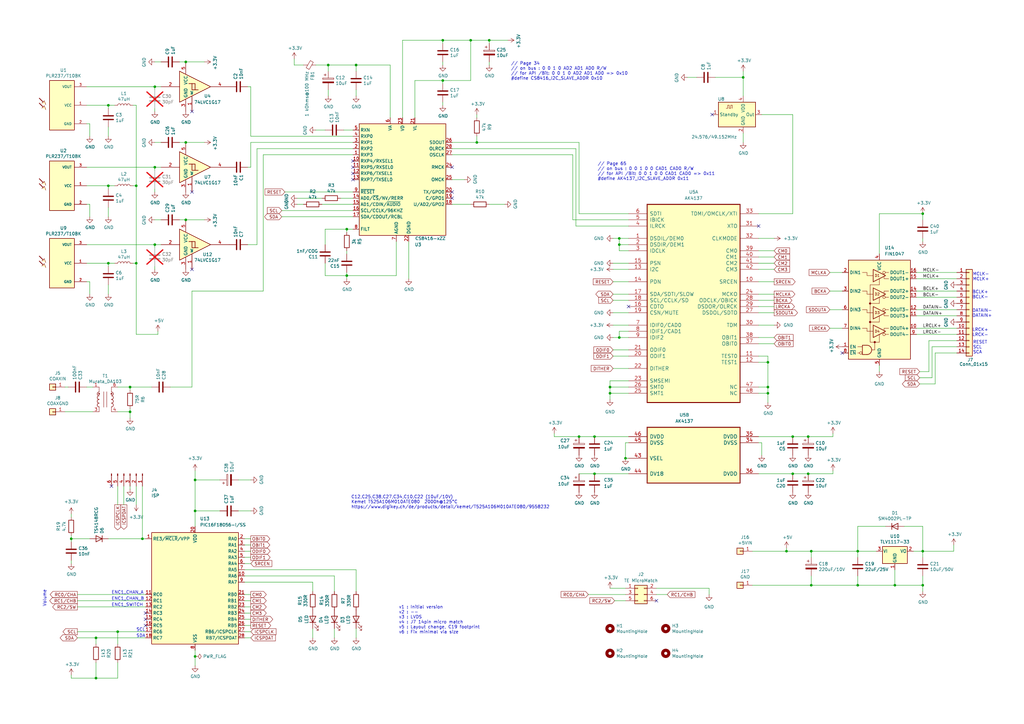
<source format=kicad_sch>
(kicad_sch (version 20250114) (generator "eeschema") (generator_version "9.0")
  (paper "A3")
  (title_block (title "SPDIF Receiver / ASRC") (date "2025-05-24") (rev "V6"))
  (lib_symbols
    (symbol "+3.3V_1" (power) (pin_names (offset 0))
      (property "Value" "+3.3V" (at 0 3.556 0))
      (symbol "+3.3V_1_1_1"
        (pin power_in line (at 0 0 90) (length 0) (hide yes) (name "+3.3V") (number "1"))
      )
    )
    (symbol "+3.3V_10" (power) (pin_names (offset 0))
      (property "Value" "+3.3V" (at 0 3.556 0))
      (symbol "+3.3V_10_1_1"
        (pin power_in line (at 0 0 90) (length 0) (hide yes) (name "+3.3V") (number "1"))
      )
    )
    (symbol "+3.3V_11" (power) (pin_names (offset 0))
      (property "Value" "+3.3V" (at 0 3.556 0))
      (symbol "+3.3V_11_1_1"
        (pin power_in line (at 0 0 90) (length 0) (hide yes) (name "+3.3V") (number "1"))
      )
    )
    (symbol "+3.3V_12" (power) (pin_names (offset 0))
      (property "Value" "+3.3V" (at 0 3.556 0))
      (symbol "+3.3V_12_1_1"
        (pin power_in line (at 0 0 90) (length 0) (hide yes) (name "+3.3V") (number "1"))
      )
    )
    (symbol "+3.3V_13" (power) (pin_names (offset 0))
      (property "Value" "+3.3V" (at 0 3.556 0))
      (symbol "+3.3V_13_1_1"
        (pin power_in line (at 0 0 90) (length 0) (hide yes) (name "+3.3V") (number "1"))
      )
    )
    (symbol "+3.3V_14" (power) (pin_names (offset 0))
      (property "Value" "+3.3V" (at 0 3.556 0))
      (symbol "+3.3V_14_1_1"
        (pin power_in line (at 0 0 90) (length 0) (hide yes) (name "+3.3V") (number "1"))
      )
    )
    (symbol "+3.3V_15" (power) (pin_names (offset 0))
      (property "Value" "+3.3V" (at 0 3.556 0))
      (symbol "+3.3V_15_1_1"
        (pin power_in line (at 0 0 90) (length 0) (hide yes) (name "+3.3V") (number "1"))
      )
    )
    (symbol "+3.3V_16" (power) (pin_names (offset 0))
      (property "Value" "+3.3V" (at 0 3.556 0))
      (symbol "+3.3V_16_1_1"
        (pin power_in line (at 0 0 90) (length 0) (hide yes) (name "+3.3V") (number "1"))
      )
    )
    (symbol "+3.3V_17" (power) (pin_names (offset 0))
      (property "Value" "+3.3V" (at 0 3.556 0))
      (symbol "+3.3V_17_1_1"
        (pin power_in line (at 0 0 90) (length 0) (hide yes) (name "+3.3V") (number "1"))
      )
    )
    (symbol "+3.3V_18" (power) (pin_names (offset 0))
      (property "Value" "+3.3V" (at 0 3.556 0))
      (symbol "+3.3V_18_1_1"
        (pin power_in line (at 0 0 90) (length 0) (hide yes) (name "+3.3V") (number "1"))
      )
    )
    (symbol "+3.3V_2" (power) (pin_names (offset 0))
      (property "Value" "+3.3V" (at 0 3.556 0))
      (symbol "+3.3V_2_1_1"
        (pin power_in line (at 0 0 90) (length 0) (hide yes) (name "+3.3V") (number "1"))
      )
    )
    (symbol "+3.3V_20" (power) (pin_names (offset 0))
      (property "Value" "+3.3V" (at 0 3.556 0))
      (symbol "+3.3V_20_1_1"
        (pin power_in line (at 0 0 90) (length 0) (hide yes) (name "+3.3V") (number "1"))
      )
    )
    (symbol "+3.3V_3" (power) (pin_names (offset 0))
      (property "Value" "+3.3V" (at 0 3.556 0))
      (symbol "+3.3V_3_1_1"
        (pin power_in line (at 0 0 90) (length 0) (hide yes) (name "+3.3V") (number "1"))
      )
    )
    (symbol "+3.3V_4" (power) (pin_names (offset 0))
      (property "Value" "+3.3V" (at 0 3.556 0))
      (symbol "+3.3V_4_1_1"
        (pin power_in line (at 0 0 90) (length 0) (hide yes) (name "+3.3V") (number "1"))
      )
    )
    (symbol "+3.3V_5" (power) (pin_names (offset 0))
      (property "Value" "+3.3V" (at 0 3.556 0))
      (symbol "+3.3V_5_1_1"
        (pin power_in line (at 0 0 90) (length 0) (hide yes) (name "+3.3V") (number "1"))
      )
    )
    (symbol "+3.3V_6" (power) (pin_names (offset 0))
      (property "Value" "+3.3V" (at 0 3.556 0))
      (symbol "+3.3V_6_1_1"
        (pin power_in line (at 0 0 90) (length 0) (hide yes) (name "+3.3V") (number "1"))
      )
    )
    (symbol "+3.3V_7" (power) (pin_names (offset 0))
      (property "Value" "+3.3V" (at 0 3.556 0))
      (symbol "+3.3V_7_1_1"
        (pin power_in line (at 0 0 90) (length 0) (hide yes) (name "+3.3V") (number "1"))
      )
    )
    (symbol "+3.3V_8" (power) (pin_names (offset 0))
      (property "Value" "+3.3V" (at 0 3.556 0))
      (symbol "+3.3V_8_1_1"
        (pin power_in line (at 0 0 90) (length 0) (hide yes) (name "+3.3V") (number "1"))
      )
    )
    (symbol "+3.3V_9" (power) (pin_names (offset 0))
      (property "Value" "+3.3V" (at 0 3.556 0))
      (symbol "+3.3V_9_1_1"
        (pin power_in line (at 0 0 90) (length 0) (hide yes) (name "+3.3V") (number "1"))
      )
    )
    (symbol "+5V_1" (power) (pin_names (offset 0))
      (property "Value" "+5V" (at 0 3.556 0))
      (symbol "+5V_1_1_1"
        (pin power_in line (at 0 0 90) (length 0) (hide yes) (name "+5V") (number "1"))
      )
    )
    (symbol "74LVC1G17_1"
      (property "Reference" "U" (at 2.54 7.62 0))
      (property "Value" "74LVC1G17" (at 5.08 -7.62 0))
      (symbol "74LVC1G17_1_1_1"
        (pin input line (at -15.24 0 0) (length 7.62) (name "~") (number "2"))
        (pin power_in line (at -5.08 10.16 270) (length 5.08) (name "VCC") (number "5"))
        (pin power_in line (at -5.08 -10.16 90) (length 5.08) (name "GND") (number "3"))
        (pin free line (at -2.54 -10.16 90) (length 6.35) (name "NC") (number "1"))
        (pin output line (at 12.7 0 180) (length 7.62) (name "~") (number "4"))
      )
    )
    (symbol "74LVC1G17_2"
      (property "Reference" "U" (at 2.54 7.62 0))
      (property "Value" "74LVC1G17" (at 5.08 -7.62 0))
      (symbol "74LVC1G17_2_1_1"
        (pin input line (at -15.24 0 0) (length 7.62) (name "~") (number "2"))
        (pin power_in line (at -5.08 10.16 270) (length 5.08) (name "VCC") (number "5"))
        (pin power_in line (at -5.08 -10.16 90) (length 5.08) (name "GND") (number "3"))
        (pin free line (at -2.54 -10.16 90) (length 6.35) (name "NC") (number "1"))
        (pin output line (at 12.7 0 180) (length 7.62) (name "~") (number "4"))
      )
    )
    (symbol "74xGxx:74LVC1G17"
      (property "Reference" "U" (at 2.54 7.62 0))
      (property "Value" "74LVC1G17" (at 5.08 -7.62 0))
      (symbol "74LVC1G17_1_1"
        (pin input line (at -15.24 0 0) (length 7.62) (name "~") (number "2"))
        (pin power_in line (at -5.08 10.16 270) (length 5.08) (name "VCC") (number "5"))
        (pin power_in line (at -5.08 -10.16 90) (length 5.08) (name "GND") (number "3"))
        (pin free line (at -2.54 -10.16 90) (length 6.35) (name "NC") (number "1"))
        (pin output line (at 12.7 0 180) (length 7.62) (name "~") (number "4"))
      )
    )
    (symbol "AK4137_1" (pin_names (offset 1.016))
      (property "Reference" "U" (at 34.29 5.08 0))
      (property "Value" "AK4137" (at 11.43 5.08 0))
      (symbol "AK4137_1_1_1"
        (pin input line (at 0 0 0) (length 7.62) (name "SDTI") (number "6"))
        (pin input line (at 0 -2.54 0) (length 7.62) (name "IBICK") (number "5"))
        (pin input line (at 0 -5.08 0) (length 7.62) (name "ILRCK") (number "4"))
        (pin input line (at 0 -10.16 0) (length 7.62) (name "DSDIL/DEM0") (number "1"))
        (pin input line (at 0 -12.7 0) (length 7.62) (name "DSDIR/DEM1") (number "2"))
        (pin input line (at 0 -15.24 0) (length 7.62) (name "IDCLK") (number "3"))
        (pin input line (at 0 -20.32 0) (length 7.62) (name "PSN") (number "15"))
        (pin input line (at 0 -22.86 0) (length 7.62) (name "I2C") (number "13"))
        (pin input line (at 0 -27.94 0) (length 7.62) (name "PDN") (number "14"))
        (pin bidirectional line (at 0 -33.02 0) (length 7.62) (name "SDA/SDTI/SLOW") (number "17"))
        (pin output line (at 0 -35.56 0) (length 7.62) (name "SCL/CCLK/SD") (number "18"))
        (pin output line (at 0 -38.1 0) (length 7.62) (name "CDTO") (number "16"))
        (pin input line (at 0 -40.64 0) (length 7.62) (name "CSN/MUTE") (number "19"))
        (pin input line (at 0 -45.72 0) (length 7.62) (name "IDIF0/CAD0") (number "7"))
        (pin input line (at 0 -48.26 0) (length 7.62) (name "IDIF1/CAD1") (number "8"))
        (pin input line (at 0 -50.8 0) (length 7.62) (name "IDIF2") (number "9"))
        (pin input line (at 0 -55.88 0) (length 7.62) (name "ODIF0") (number "21"))
        (pin input line (at 0 -58.42 0) (length 7.62) (name "ODIF1") (number "20"))
        (pin input line (at 0 -63.5 0) (length 7.62) (name "DITHER") (number "22"))
        (pin input line (at 0 -68.58 0) (length 7.62) (name "SMSEMI") (number "23"))
        (pin input line (at 0 -71.12 0) (length 7.62) (name "SMT0") (number "26"))
        (pin input line (at 0 -73.66 0) (length 7.62) (name "SMT1") (number "25"))
        (pin input line (at 53.34 0 180) (length 7.62) (name "TDMI/OMCLK/XTI") (number "33"))
        (pin output line (at 53.34 -5.08 180) (length 7.62) (name "XTO") (number "31"))
        (pin input line (at 53.34 -10.16 180) (length 7.62) (name "CLKMODE") (number "32"))
        (pin input line (at 53.34 -15.24 180) (length 7.62) (name "CM0") (number "39"))
        (pin input line (at 53.34 -17.78 180) (length 7.62) (name "CM1") (number "40"))
        (pin input line (at 53.34 -20.32 180) (length 7.62) (name "CM2") (number "41"))
        (pin input line (at 53.34 -22.86 180) (length 7.62) (name "CM3") (number "42"))
        (pin input line (at 53.34 -27.94 180) (length 7.62) (name "SRCEN") (number "10"))
        (pin output line (at 53.34 -33.02 180) (length 7.62) (name "MCKO") (number "24"))
        (pin output line (at 53.34 -35.56 180) (length 7.62) (name "ODCLK/OBICK") (number "28"))
        (pin output line (at 53.34 -38.1 180) (length 7.62) (name "DSDOR/OLRCK") (number "29"))
        (pin output line (at 53.34 -40.64 180) (length 7.62) (name "DSDOL/SDTO") (number "27"))
        (pin input line (at 53.34 -45.72 180) (length 7.62) (name "TDM") (number "30"))
        (pin input line (at 53.34 -50.8 180) (length 7.62) (name "OBIT1") (number "38"))
        (pin input line (at 53.34 -53.34 180) (length 7.62) (name "OBIT0") (number "37"))
        (pin input line (at 53.34 -58.42 180) (length 7.62) (name "TEST0") (number "11"))
        (pin input line (at 53.34 -60.96 180) (length 7.62) (name "TEST1") (number "12"))
        (pin passive line (at 53.34 -71.12 180) (length 7.62) (name "NC") (number "47"))
        (pin passive line (at 53.34 -73.66 180) (length 7.62) (name "NC") (number "48"))
      )
      (symbol "AK4137_1_2_1"
        (pin power_in line (at 0 0 0) (length 7.62) (name "DVDD") (number "46"))
        (pin power_in line (at 0 -2.54 0) (length 7.62) (name "DVSS") (number "45"))
        (pin input line (at 0 -8.89 0) (length 7.62) (name "VSEL") (number "43"))
        (pin power_in line (at 0 -15.24 0) (length 7.62) (name "DV18") (number "44"))
        (pin power_in line (at 53.34 0 180) (length 7.62) (name "DVDD") (number "35"))
        (pin power_in line (at 53.34 -2.54 180) (length 7.62) (name "DVSS") (number "34"))
        (pin power_in line (at 53.34 -15.24 180) (length 7.62) (name "DVDD") (number "36"))
      )
    )
    (symbol "ASDMB-xxxMHz_1"
      (property "Reference" "U" (at -6.35 6.35 0))
      (property "Value" "ASDMB-xxxMHz" (at 11.43 6.35 0))
      (symbol "ASDMB-xxxMHz_1_1_1"
        (pin input line (at -10.16 0 0) (length 2.54) (name "Standby") (number "1"))
        (pin power_in line (at 2.54 7.62 270) (length 2.54) (name "VDD") (number "4"))
        (pin power_in line (at 2.54 -7.62 90) (length 2.54) (name "GND") (number "2"))
        (pin output line (at 10.16 0 180) (length 2.54) (name "Out") (number "3"))
      )
    )
    (symbol "Audio:CS8416-xZZ"
      (property "Reference" "U" (at 12.7 26.67 0))
      (property "Value" "CS8416-xZZ" (at 12.7 24.13 0))
      (symbol "CS8416-xZZ_1_1"
        (pin input line (at -20.32 20.32 0) (length 2.54) (name "RXN") (number "5"))
        (pin input line (at -20.32 17.78 0) (length 2.54) (name "RXP0") (number "4"))
        (pin input line (at -20.32 15.24 0) (length 2.54) (name "RXP1") (number "3"))
        (pin input line (at -20.32 12.7 0) (length 2.54) (name "RXP2") (number "2"))
        (pin input line (at -20.32 10.16 0) (length 2.54) (name "RXP3") (number "1"))
        (pin input line (at -20.32 7.62 0) (length 2.54) (name "RXP4/RXSEL1") (number "10"))
        (pin input line (at -20.32 5.08 0) (length 2.54) (name "RXP5/RXSEL0") (number "11"))
        (pin input line (at -20.32 2.54 0) (length 2.54) (name "RXP6/TXSEL1") (number "12"))
        (pin input line (at -20.32 0 0) (length 2.54) (name "RXP7/TXSEL0") (number "13"))
        (pin input line (at -20.32 -5.08 0) (length 2.54) (name "~{RESET}") (number "9"))
        (pin input line (at -20.32 -7.62 0) (length 2.54) (name "AD0/~{CS}/NV/RERR") (number "14"))
        (pin input line (at -20.32 -10.16 0) (length 2.54) (name "AD1/CDIN/~{AUDIO}") (number "15"))
        (pin input line (at -20.32 -12.7 0) (length 2.54) (name "SCL/CCLK/96KHZ") (number "16"))
        (pin bidirectional line (at -20.32 -15.24 0) (length 2.54) (name "SDA/CDOUT/RCBL") (number "17"))
        (pin passive line (at -20.32 -20.32 0) (length 2.54) (name "FILT") (number "8"))
        (pin power_in line (at -5.08 25.4 270) (length 2.54) (name "VA") (number "6"))
        (pin power_in line (at -2.54 -25.4 90) (length 2.54) (name "AGND") (number "7"))
        (pin power_in line (at 0 25.4 270) (length 2.54) (name "VD") (number "23"))
        (pin power_in line (at 2.54 -25.4 90) (length 2.54) (name "DGND") (number "22"))
        (pin power_in line (at 5.08 25.4 270) (length 2.54) (name "VL") (number "21"))
        (pin output line (at 20.32 15.24 180) (length 2.54) (name "SDOUT") (number "26"))
        (pin bidirectional line (at 20.32 12.7 180) (length 2.54) (name "OLRCK") (number "28"))
        (pin bidirectional line (at 20.32 10.16 180) (length 2.54) (name "OSCLK") (number "27"))
        (pin output line (at 20.32 5.08 180) (length 2.54) (name "RMCK") (number "24"))
        (pin input line (at 20.32 0 180) (length 2.54) (name "OMCK") (number "25"))
        (pin output line (at 20.32 -5.08 180) (length 2.54) (name "TX/GPO0") (number "20"))
        (pin output line (at 20.32 -7.62 180) (length 2.54) (name "C/GPO1") (number "19"))
        (pin output line (at 20.32 -10.16 180) (length 2.54) (name "U/AD2/GPO2") (number "18"))
      )
    )
    (symbol "Connector:Conn_01x06_Male" (pin_names (offset 1.016) (hide yes))
      (property "Reference" "J" (at 0 7.62 0))
      (property "Value" "Conn_01x06_Male" (at 0 -10.16 0))
      (symbol "Conn_01x06_Male_1_1"
        (pin passive line (at 5.08 5.08 180) (length 3.81) (name "Pin_1") (number "1"))
        (pin passive line (at 5.08 2.54 180) (length 3.81) (name "Pin_2") (number "2"))
        (pin passive line (at 5.08 0 180) (length 3.81) (name "Pin_3") (number "3"))
        (pin passive line (at 5.08 -2.54 180) (length 3.81) (name "Pin_4") (number "4"))
        (pin passive line (at 5.08 -5.08 180) (length 3.81) (name "Pin_5") (number "5"))
        (pin passive line (at 5.08 -7.62 180) (length 3.81) (name "Pin_6") (number "6"))
      )
    )
    (symbol "Connector_Generic:Conn_01x01" (pin_names (offset 1.016) (hide yes))
      (property "Reference" "J" (at 0 2.54 0))
      (property "Value" "Conn_01x01" (at 0 -2.54 0))
      (symbol "Conn_01x01_1_1"
        (pin passive line (at -5.08 0 0) (length 3.81) (name "Pin_1") (number "1"))
      )
    )
    (symbol "Connector_Generic:Conn_01x14" (pin_names (offset 1.016) (hide yes))
      (property "Reference" "J" (at 0 17.78 0))
      (property "Value" "Conn_01x14" (at 0 -20.32 0))
      (symbol "Conn_01x14_1_1"
        (pin passive line (at -5.08 15.24 0) (length 3.81) (name "Pin_1") (number "1"))
        (pin passive line (at -5.08 12.7 0) (length 3.81) (name "Pin_2") (number "2"))
        (pin passive line (at -5.08 10.16 0) (length 3.81) (name "Pin_3") (number "3"))
        (pin passive line (at -5.08 7.62 0) (length 3.81) (name "Pin_4") (number "4"))
        (pin passive line (at -5.08 5.08 0) (length 3.81) (name "Pin_5") (number "5"))
        (pin passive line (at -5.08 2.54 0) (length 3.81) (name "Pin_6") (number "6"))
        (pin passive line (at -5.08 0 0) (length 3.81) (name "Pin_7") (number "7"))
        (pin passive line (at -5.08 -2.54 0) (length 3.81) (name "Pin_8") (number "8"))
        (pin passive line (at -5.08 -5.08 0) (length 3.81) (name "Pin_9") (number "9"))
        (pin passive line (at -5.08 -7.62 0) (length 3.81) (name "Pin_10") (number "10"))
        (pin passive line (at -5.08 -10.16 0) (length 3.81) (name "Pin_11") (number "11"))
        (pin passive line (at -5.08 -12.7 0) (length 3.81) (name "Pin_12") (number "12"))
        (pin passive line (at -5.08 -15.24 0) (length 3.81) (name "Pin_13") (number "13"))
        (pin passive line (at -5.08 -17.78 0) (length 3.81) (name "Pin_14") (number "14"))
      )
    )
    (symbol "Connector_Generic:Conn_02x03_Odd_Even" (pin_names (offset 1.016) (hide yes))
      (property "Reference" "J" (at 1.27 5.08 0))
      (property "Value" "Conn_02x03_Odd_Even" (at 1.27 -5.08 0))
      (symbol "Conn_02x03_Odd_Even_1_1"
        (pin passive line (at -5.08 2.54 0) (length 3.81) (name "Pin_1") (number "1"))
        (pin passive line (at -5.08 0 0) (length 3.81) (name "Pin_3") (number "3"))
        (pin passive line (at -5.08 -2.54 0) (length 3.81) (name "Pin_5") (number "5"))
        (pin passive line (at 7.62 2.54 180) (length 3.81) (name "Pin_2") (number "2"))
        (pin passive line (at 7.62 0 180) (length 3.81) (name "Pin_4") (number "4"))
        (pin passive line (at 7.62 -2.54 180) (length 3.81) (name "Pin_6") (number "6"))
      )
    )
    (symbol "Device:C" (pin_numbers (hide yes)) (pin_names (offset 0.254))
      (property "Reference" "C" (at 0.635 2.54 0))
      (property "Value" "C" (at 0.635 -2.54 0))
      (symbol "C_1_1"
        (pin passive line (at 0 3.81 270) (length 2.794) (name "~") (number "1"))
        (pin passive line (at 0 -3.81 90) (length 2.794) (name "~") (number "2"))
      )
    )
    (symbol "Device:CP" (pin_numbers (hide yes)) (pin_names (offset 0.254))
      (property "Reference" "C" (at 0.635 2.54 0))
      (property "Value" "Device_CP" (at 0.635 -2.54 0))
      (symbol "CP_1_1"
        (pin passive line (at 0 3.81 270) (length 2.794) (name "~") (number "1"))
        (pin passive line (at 0 -3.81 90) (length 2.794) (name "~") (number "2"))
      )
    )
    (symbol "Device:Ferrite_Bead_Small" (pin_numbers (hide yes)) (pin_names (offset 0))
      (property "Reference" "FB" (at 1.905 1.27 0))
      (property "Value" "Device_Ferrite_Bead_Small" (at 1.905 -1.27 0))
      (symbol "Ferrite_Bead_Small_1_1"
        (pin passive line (at 0 2.54 270) (length 1.27) (name "~") (number "1"))
        (pin passive line (at 0 -2.54 90) (length 1.27) (name "~") (number "2"))
      )
    )
    (symbol "Device:L" (pin_numbers (hide yes)) (pin_names (offset 1.016) (hide yes))
      (property "Reference" "L" (at -1.27 0 90))
      (property "Value" "L" (at 1.905 0 90))
      (symbol "L_1_1"
        (pin passive line (at 0 3.81 270) (length 1.27) (name "1") (number "1"))
        (pin passive line (at 0 -3.81 90) (length 1.27) (name "2") (number "2"))
      )
    )
    (symbol "Device:LED" (pin_numbers (hide yes)) (pin_names (offset 1.016) (hide yes))
      (property "Reference" "D" (at 0 2.54 0))
      (property "Value" "LED" (at 0 -2.54 0))
      (symbol "LED_1_1"
        (pin passive line (at -3.81 0 0) (length 2.54) (name "K") (number "1"))
        (pin passive line (at 3.81 0 180) (length 2.54) (name "A") (number "2"))
      )
    )
    (symbol "Device:R" (pin_numbers (hide yes)) (pin_names (offset 0))
      (property "Reference" "R" (at 2.032 0 90))
      (property "Value" "R" (at 0 0 90))
      (symbol "R_1_1"
        (pin passive line (at 0 3.81 270) (length 1.27) (name "~") (number "1"))
        (pin passive line (at 0 -3.81 90) (length 1.27) (name "~") (number "2"))
      )
    )
    (symbol "Diode:1N4002" (pin_numbers (hide yes)) (pin_names (offset 1.016) (hide yes))
      (property "Reference" "D" (at 0 2.54 0))
      (property "Value" "1N4002" (at 0 -2.54 0))
      (symbol "1N4002_1_1"
        (pin passive line (at -3.81 0 0) (length 2.54) (name "K") (number "1"))
        (pin passive line (at 3.81 0 180) (length 2.54) (name "A") (number "2"))
      )
    )
    (symbol "Diode:1N4148W" (pin_numbers (hide yes)) (pin_names (hide yes))
      (property "Reference" "D" (at 0 2.54 0))
      (property "Value" "1N4148W" (at 0 -2.54 0))
      (symbol "1N4148W_1_1"
        (pin passive line (at -3.81 0 0) (length 2.54) (name "K") (number "1"))
        (pin passive line (at 3.81 0 180) (length 2.54) (name "A") (number "2"))
      )
    )
    (symbol "FIN1047_1"
      (property "Reference" "U?" (at 8.89 25.4 0))
      (property "Value" "FIN1047" (at 8.89 22.86 0))
      (symbol "FIN1047_1_1_0"
        (text "D1" (at -0.889 13.97 0) (effects (font (size 1.016 1.016))))
        (text "D2" (at -0.889 6.35 0) (effects (font (size 1.016 1.016))))
        (text "D3" (at -0.889 -1.27 0) (effects (font (size 1.016 1.016))))
        (text "D4" (at -0.889 -8.89 0) (effects (font (size 1.016 1.016))))
      )
      (symbol "FIN1047_1_1_1"
        (pin input line (at -15.24 15.24 0) (length 2.54) (name "DIN1") (number "2"))
        (pin input line (at -15.24 7.62 0) (length 2.54) (name "DIN2") (number "3"))
        (pin input line (at -15.24 0 0) (length 2.54) (name "DIN3") (number "6"))
        (pin input line (at -15.24 -7.62 0) (length 2.54) (name "DIN4") (number "7"))
        (pin input line (at -15.24 -15.24 0) (length 2.54) (name "EN") (number "1"))
        (pin input line (at -15.24 -17.78 0) (length 2.54) (name "~{EN}") (number "8"))
        (pin power_in line (at 0 22.86 270) (length 2.54) (name "VCC") (number "4"))
        (pin power_in line (at 0 -22.86 90) (length 2.54) (name "GND") (number "5"))
        (pin output line (at 15.24 15.24 180) (length 2.54) (name "DOUT1-") (number "16"))
        (pin output line (at 15.24 12.7 180) (length 2.54) (name "DOUT1+") (number "15"))
        (pin output line (at 15.24 7.62 180) (length 2.54) (name "DOUT2+") (number "14"))
        (pin output line (at 15.24 5.08 180) (length 2.54) (name "DOUT2-") (number "13"))
        (pin output line (at 15.24 0 180) (length 2.54) (name "DOUT3-") (number "12"))
        (pin output line (at 15.24 -2.54 180) (length 2.54) (name "DOUT3+") (number "11"))
        (pin output line (at 15.24 -7.62 180) (length 2.54) (name "DOUT4+") (number "10"))
        (pin output line (at 15.24 -10.16 180) (length 2.54) (name "DOUT4-") (number "9"))
      )
    )
    (symbol "GND_1" (power) (pin_names (offset 0))
      (property "Value" "GND" (at 0 -3.81 0))
      (symbol "GND_1_1_1"
        (pin power_in line (at 0 0 270) (length 0) (hide yes) (name "GND") (number "1"))
      )
    )
    (symbol "GND_10" (power) (pin_names (offset 0))
      (property "Value" "GND" (at 0 -3.81 0))
      (symbol "GND_10_1_1"
        (pin power_in line (at 0 0 270) (length 0) (hide yes) (name "GND") (number "1"))
      )
    )
    (symbol "GND_11" (power) (pin_names (offset 0))
      (property "Value" "GND" (at 0 -3.81 0))
      (symbol "GND_11_1_1"
        (pin power_in line (at 0 0 270) (length 0) (hide yes) (name "GND") (number "1"))
      )
    )
    (symbol "GND_12" (power) (pin_names (offset 0))
      (property "Value" "GND" (at 0 -3.81 0))
      (symbol "GND_12_1_1"
        (pin power_in line (at 0 0 270) (length 0) (hide yes) (name "GND") (number "1"))
      )
    )
    (symbol "GND_13" (power) (pin_names (offset 0))
      (property "Value" "GND" (at 0 -3.81 0))
      (symbol "GND_13_1_1"
        (pin power_in line (at 0 0 270) (length 0) (hide yes) (name "GND") (number "1"))
      )
    )
    (symbol "GND_14" (power) (pin_names (offset 0))
      (property "Value" "GND" (at 0 -3.81 0))
      (symbol "GND_14_1_1"
        (pin power_in line (at 0 0 270) (length 0) (hide yes) (name "GND") (number "1"))
      )
    )
    (symbol "GND_15" (power) (pin_names (offset 0))
      (property "Value" "GND" (at 0 -3.81 0))
      (symbol "GND_15_1_1"
        (pin power_in line (at 0 0 270) (length 0) (hide yes) (name "GND") (number "1"))
      )
    )
    (symbol "GND_16" (power) (pin_names (offset 0))
      (property "Value" "GND" (at 0 -3.81 0))
      (symbol "GND_16_1_1"
        (pin power_in line (at 0 0 270) (length 0) (hide yes) (name "GND") (number "1"))
      )
    )
    (symbol "GND_17" (power) (pin_names (offset 0))
      (property "Value" "GND" (at 0 -3.81 0))
      (symbol "GND_17_1_1"
        (pin power_in line (at 0 0 270) (length 0) (hide yes) (name "GND") (number "1"))
      )
    )
    (symbol "GND_18" (power) (pin_names (offset 0))
      (property "Value" "GND" (at 0 -3.81 0))
      (symbol "GND_18_1_1"
        (pin power_in line (at 0 0 270) (length 0) (hide yes) (name "GND") (number "1"))
      )
    )
    (symbol "GND_19" (power) (pin_names (offset 0))
      (property "Value" "GND" (at 0 -3.81 0))
      (symbol "GND_19_1_1"
        (pin power_in line (at 0 0 270) (length 0) (hide yes) (name "GND") (number "1"))
      )
    )
    (symbol "GND_2" (power) (pin_names (offset 0))
      (property "Value" "GND" (at 0 -3.81 0))
      (symbol "GND_2_1_1"
        (pin power_in line (at 0 0 270) (length 0) (hide yes) (name "GND") (number "1"))
      )
    )
    (symbol "GND_20" (power) (pin_names (offset 0))
      (property "Value" "GND" (at 0 -3.81 0))
      (symbol "GND_20_1_1"
        (pin power_in line (at 0 0 270) (length 0) (hide yes) (name "GND") (number "1"))
      )
    )
    (symbol "GND_22" (power) (pin_names (offset 0))
      (property "Value" "GND" (at 0 -3.81 0))
      (symbol "GND_22_1_1"
        (pin power_in line (at 0 0 270) (length 0) (hide yes) (name "GND") (number "1"))
      )
    )
    (symbol "GND_23" (power) (pin_names (offset 0))
      (property "Value" "GND" (at 0 -3.81 0))
      (symbol "GND_23_1_1"
        (pin power_in line (at 0 0 270) (length 0) (hide yes) (name "GND") (number "1"))
      )
    )
    (symbol "GND_24" (power) (pin_names (offset 0))
      (property "Value" "GND" (at 0 -3.81 0))
      (symbol "GND_24_1_1"
        (pin power_in line (at 0 0 270) (length 0) (hide yes) (name "GND") (number "1"))
      )
    )
    (symbol "GND_25" (power) (pin_names (offset 0))
      (property "Value" "GND" (at 0 -3.81 0))
      (symbol "GND_25_1_1"
        (pin power_in line (at 0 0 270) (length 0) (hide yes) (name "GND") (number "1"))
      )
    )
    (symbol "GND_26" (power) (pin_names (offset 0))
      (property "Value" "GND" (at 0 -3.81 0))
      (symbol "GND_26_1_1"
        (pin power_in line (at 0 0 270) (length 0) (hide yes) (name "GND") (number "1"))
      )
    )
    (symbol "GND_27" (power) (pin_names (offset 0))
      (property "Value" "GND" (at 0 -3.81 0))
      (symbol "GND_27_1_1"
        (pin power_in line (at 0 0 270) (length 0) (hide yes) (name "GND") (number "1"))
      )
    )
    (symbol "GND_28" (power) (pin_names (offset 0))
      (property "Value" "GND" (at 0 -3.81 0))
      (symbol "GND_28_1_1"
        (pin power_in line (at 0 0 270) (length 0) (hide yes) (name "GND") (number "1"))
      )
    )
    (symbol "GND_29" (power) (pin_names (offset 0))
      (property "Value" "GND" (at 0 -3.81 0))
      (symbol "GND_29_1_1"
        (pin power_in line (at 0 0 270) (length 0) (hide yes) (name "GND") (number "1"))
      )
    )
    (symbol "GND_3" (power) (pin_names (offset 0))
      (property "Value" "GND" (at 0 -3.81 0))
      (symbol "GND_3_1_1"
        (pin power_in line (at 0 0 270) (length 0) (hide yes) (name "GND") (number "1"))
      )
    )
    (symbol "GND_30" (power) (pin_names (offset 0))
      (property "Value" "GND" (at 0 -3.81 0))
      (symbol "GND_30_1_1"
        (pin power_in line (at 0 0 270) (length 0) (hide yes) (name "GND") (number "1"))
      )
    )
    (symbol "GND_31" (power) (pin_names (offset 0))
      (property "Value" "GND" (at 0 -3.81 0))
      (symbol "GND_31_1_1"
        (pin power_in line (at 0 0 270) (length 0) (hide yes) (name "GND") (number "1"))
      )
    )
    (symbol "GND_33" (power) (pin_names (offset 0))
      (property "Value" "GND" (at 0 -3.81 0))
      (symbol "GND_33_1_1"
        (pin power_in line (at 0 0 270) (length 0) (hide yes) (name "GND") (number "1"))
      )
    )
    (symbol "GND_34" (power) (pin_names (offset 0))
      (property "Value" "GND" (at 0 -3.81 0))
      (symbol "GND_34_1_1"
        (pin power_in line (at 0 0 270) (length 0) (hide yes) (name "GND") (number "1"))
      )
    )
    (symbol "GND_35" (power) (pin_names (offset 0))
      (property "Value" "GND" (at 0 -3.81 0))
      (symbol "GND_35_1_1"
        (pin power_in line (at 0 0 270) (length 0) (hide yes) (name "GND") (number "1"))
      )
    )
    (symbol "GND_36" (power) (pin_names (offset 0))
      (property "Value" "GND" (at 0 -3.81 0))
      (symbol "GND_36_1_1"
        (pin power_in line (at 0 0 270) (length 0) (hide yes) (name "GND") (number "1"))
      )
    )
    (symbol "GND_37" (power) (pin_names (offset 0))
      (property "Value" "GND" (at 0 -3.81 0))
      (symbol "GND_37_1_1"
        (pin power_in line (at 0 0 270) (length 0) (hide yes) (name "GND") (number "1"))
      )
    )
    (symbol "GND_38" (power) (pin_names (offset 0))
      (property "Value" "GND" (at 0 -3.81 0))
      (symbol "GND_38_1_1"
        (pin power_in line (at 0 0 270) (length 0) (hide yes) (name "GND") (number "1"))
      )
    )
    (symbol "GND_4" (power) (pin_names (offset 0))
      (property "Value" "GND" (at 0 -3.81 0))
      (symbol "GND_4_1_1"
        (pin power_in line (at 0 0 270) (length 0) (hide yes) (name "GND") (number "1"))
      )
    )
    (symbol "GND_41" (power) (pin_names (offset 0))
      (property "Value" "GND" (at 0 -3.81 0))
      (symbol "GND_41_1_1"
        (pin power_in line (at 0 0 270) (length 0) (hide yes) (name "GND") (number "1"))
      )
    )
    (symbol "GND_42" (power) (pin_names (offset 0))
      (property "Value" "GND" (at 0 -3.81 0))
      (symbol "GND_42_1_1"
        (pin power_in line (at 0 0 270) (length 0) (hide yes) (name "GND") (number "1"))
      )
    )
    (symbol "GND_43" (power) (pin_names (offset 0))
      (property "Value" "GND" (at 0 -3.81 0))
      (symbol "GND_43_1_1"
        (pin power_in line (at 0 0 270) (length 0) (hide yes) (name "GND") (number "1"))
      )
    )
    (symbol "GND_44" (power) (pin_names (offset 0))
      (property "Value" "GND" (at 0 -3.81 0))
      (symbol "GND_44_1_1"
        (pin power_in line (at 0 0 270) (length 0) (hide yes) (name "GND") (number "1"))
      )
    )
    (symbol "GND_46" (power) (pin_names (offset 0))
      (property "Value" "GND" (at 0 -3.81 0))
      (symbol "GND_46_1_1"
        (pin power_in line (at 0 0 270) (length 0) (hide yes) (name "GND") (number "1"))
      )
    )
    (symbol "GND_47" (power) (pin_names (offset 0))
      (property "Value" "GND" (at 0 -3.81 0))
      (symbol "GND_47_1_1"
        (pin power_in line (at 0 0 270) (length 0) (hide yes) (name "GND") (number "1"))
      )
    )
    (symbol "GND_48" (power) (pin_names (offset 0))
      (property "Value" "GND" (at 0 -3.81 0))
      (symbol "GND_48_1_1"
        (pin power_in line (at 0 0 270) (length 0) (hide yes) (name "GND") (number "1"))
      )
    )
    (symbol "GND_49" (power) (pin_names (offset 0))
      (property "Value" "GND" (at 0 -3.81 0))
      (symbol "GND_49_1_1"
        (pin power_in line (at 0 0 270) (length 0) (hide yes) (name "GND") (number "1"))
      )
    )
    (symbol "GND_5" (power) (pin_names (offset 0))
      (property "Value" "GND" (at 0 -3.81 0))
      (symbol "GND_5_1_1"
        (pin power_in line (at 0 0 270) (length 0) (hide yes) (name "GND") (number "1"))
      )
    )
    (symbol "GND_51" (power) (pin_names (offset 0))
      (property "Value" "GND" (at 0 -3.81 0))
      (symbol "GND_51_1_1"
        (pin power_in line (at 0 0 270) (length 0) (hide yes) (name "GND") (number "1"))
      )
    )
    (symbol "GND_52" (power) (pin_names (offset 0))
      (property "Value" "GND" (at 0 -3.81 0))
      (symbol "GND_52_1_1"
        (pin power_in line (at 0 0 270) (length 0) (hide yes) (name "GND") (number "1"))
      )
    )
    (symbol "GND_54" (power) (pin_names (offset 0))
      (property "Value" "GND" (at 0 -3.81 0))
      (symbol "GND_54_1_1"
        (pin power_in line (at 0 0 270) (length 0) (hide yes) (name "GND") (number "1"))
      )
    )
    (symbol "GND_55" (power) (pin_names (offset 0))
      (property "Value" "GND" (at 0 -3.81 0))
      (symbol "GND_55_1_1"
        (pin power_in line (at 0 0 270) (length 0) (hide yes) (name "GND") (number "1"))
      )
    )
    (symbol "GND_56" (power) (pin_names (offset 0))
      (property "Value" "GND" (at 0 -3.81 0))
      (symbol "GND_56_1_1"
        (pin power_in line (at 0 0 270) (length 0) (hide yes) (name "GND") (number "1"))
      )
    )
    (symbol "GND_57" (power) (pin_names (offset 0))
      (property "Value" "GND" (at 0 -3.81 0))
      (symbol "GND_57_1_1"
        (pin power_in line (at 0 0 270) (length 0) (hide yes) (name "GND") (number "1"))
      )
    )
    (symbol "GND_58" (power) (pin_names (offset 0))
      (property "Value" "GND" (at 0 -3.81 0))
      (symbol "GND_58_1_1"
        (pin power_in line (at 0 0 270) (length 0) (hide yes) (name "GND") (number "1"))
      )
    )
    (symbol "GND_59" (power) (pin_names (offset 0))
      (property "Value" "GND" (at 0 -3.81 0))
      (symbol "GND_59_1_1"
        (pin power_in line (at 0 0 270) (length 0) (hide yes) (name "GND") (number "1"))
      )
    )
    (symbol "GND_6" (power) (pin_names (offset 0))
      (property "Value" "GND" (at 0 -3.81 0))
      (symbol "GND_6_1_1"
        (pin power_in line (at 0 0 270) (length 0) (hide yes) (name "GND") (number "1"))
      )
    )
    (symbol "GND_61" (power) (pin_names (offset 0))
      (property "Value" "GND" (at 0 -3.81 0))
      (symbol "GND_61_1_1"
        (pin power_in line (at 0 0 270) (length 0) (hide yes) (name "GND") (number "1"))
      )
    )
    (symbol "GND_63" (power) (pin_names (offset 0))
      (property "Value" "GND" (at 0 -3.81 0))
      (symbol "GND_63_1_1"
        (pin power_in line (at 0 0 270) (length 0) (hide yes) (name "GND") (number "1"))
      )
    )
    (symbol "GND_64" (power) (pin_names (offset 0))
      (property "Value" "GND" (at 0 -3.81 0))
      (symbol "GND_64_1_1"
        (pin power_in line (at 0 0 270) (length 0) (hide yes) (name "GND") (number "1"))
      )
    )
    (symbol "GND_65" (power) (pin_names (offset 0))
      (property "Value" "GND" (at 0 -3.81 0))
      (symbol "GND_65_1_1"
        (pin power_in line (at 0 0 270) (length 0) (hide yes) (name "GND") (number "1"))
      )
    )
    (symbol "GND_66" (power) (pin_names (offset 0))
      (property "Value" "GND" (at 0 -3.81 0))
      (symbol "GND_66_1_1"
        (pin power_in line (at 0 0 270) (length 0) (hide yes) (name "GND") (number "1"))
      )
    )
    (symbol "GND_68" (power) (pin_names (offset 0))
      (property "Value" "GND" (at 0 -3.81 0))
      (symbol "GND_68_1_1"
        (pin power_in line (at 0 0 270) (length 0) (hide yes) (name "GND") (number "1"))
      )
    )
    (symbol "GND_69" (power) (pin_names (offset 0))
      (property "Value" "GND" (at 0 -3.81 0))
      (symbol "GND_69_1_1"
        (pin power_in line (at 0 0 270) (length 0) (hide yes) (name "GND") (number "1"))
      )
    )
    (symbol "GND_7" (power) (pin_names (offset 0))
      (property "Value" "GND" (at 0 -3.81 0))
      (symbol "GND_7_1_1"
        (pin power_in line (at 0 0 270) (length 0) (hide yes) (name "GND") (number "1"))
      )
    )
    (symbol "GND_70" (power) (pin_names (offset 0))
      (property "Value" "GND" (at 0 -3.81 0))
      (symbol "GND_70_1_1"
        (pin power_in line (at 0 0 270) (length 0) (hide yes) (name "GND") (number "1"))
      )
    )
    (symbol "GND_71" (power) (pin_names (offset 0))
      (property "Value" "GND" (at 0 -3.81 0))
      (symbol "GND_71_1_1"
        (pin power_in line (at 0 0 270) (length 0) (hide yes) (name "GND") (number "1"))
      )
    )
    (symbol "GND_8" (power) (pin_names (offset 0))
      (property "Value" "GND" (at 0 -3.81 0))
      (symbol "GND_8_1_1"
        (pin power_in line (at 0 0 270) (length 0) (hide yes) (name "GND") (number "1"))
      )
    )
    (symbol "GND_9" (power) (pin_names (offset 0))
      (property "Value" "GND" (at 0 -3.81 0))
      (symbol "GND_9_1_1"
        (pin power_in line (at 0 0 270) (length 0) (hide yes) (name "GND") (number "1"))
      )
    )
    (symbol "LED_1" (pin_numbers (hide yes)) (pin_names (offset 1.016) (hide yes))
      (property "Reference" "D" (at 0 2.54 0))
      (property "Value" "LED" (at 0 -2.54 0))
      (symbol "LED_1_1_1"
        (pin passive line (at -3.81 0 0) (length 2.54) (name "K") (number "1"))
        (pin passive line (at 3.81 0 180) (length 2.54) (name "A") (number "2"))
      )
    )
    (symbol "LED_2" (pin_numbers (hide yes)) (pin_names (offset 1.016) (hide yes))
      (property "Reference" "D" (at 0 2.54 0))
      (property "Value" "LED" (at 0 -2.54 0))
      (symbol "LED_2_1_1"
        (pin passive line (at -3.81 0 0) (length 2.54) (name "K") (number "1"))
        (pin passive line (at 3.81 0 180) (length 2.54) (name "A") (number "2"))
      )
    )
    (symbol "Mechanical:MountingHole" (pin_names (offset 1.016))
      (property "Reference" "H" (at 0 5.08 0))
      (property "Value" "MountingHole" (at 0 3.175 0))
    )
    (symbol "MountingHole_1" (pin_names (offset 1.016))
      (property "Reference" "H" (at 0 5.08 0))
      (property "Value" "MountingHole" (at 0 3.175 0))
    )
    (symbol "MountingHole_2" (pin_names (offset 1.016))
      (property "Reference" "H" (at 0 5.08 0))
      (property "Value" "MountingHole" (at 0 3.175 0))
    )
    (symbol "MountingHole_3" (pin_names (offset 1.016))
      (property "Reference" "H" (at 0 5.08 0))
      (property "Value" "MountingHole" (at 0 3.175 0))
    )
    (symbol "PLR135-T10_1" (pin_names (offset 1.016))
      (property "Reference" "U" (at -5.08 11.4554 0))
      (property "Value" "PLR135-T10" (at -5.08 -12.7254 0))
      (symbol "PLR135-T10_1_0_0"
        (pin output line (at -10.16 7.62 0) (length 5.08) (name "VOUT") (number "3"))
        (pin power_in line (at -10.16 0 0) (length 5.08) (name "VCC") (number "1"))
        (pin power_in line (at -10.16 -7.62 0) (length 5.08) (name "GND") (number "2"))
      )
    )
    (symbol "PLR135-T10_2" (pin_names (offset 1.016))
      (property "Reference" "U" (at -5.08 11.4554 0))
      (property "Value" "PLR135-T10" (at -5.08 -12.7254 0))
      (symbol "PLR135-T10_2_0_0"
        (pin output line (at -10.16 7.62 0) (length 5.08) (name "VOUT") (number "3"))
        (pin power_in line (at -10.16 0 0) (length 5.08) (name "VCC") (number "1"))
        (pin power_in line (at -10.16 -7.62 0) (length 5.08) (name "GND") (number "2"))
      )
    )
    (symbol "Regulator_Linear:TLV1117-33" (pin_names (offset 0.254))
      (property "Reference" "U" (at -3.81 3.175 0))
      (property "Value" "TLV1117-33" (at 0 3.175 0))
      (symbol "TLV1117-33_1_1"
        (pin power_in line (at -7.62 0 0) (length 2.54) (name "VI") (number "3"))
        (pin power_in line (at 0 -7.62 90) (length 2.54) (name "GND") (number "1"))
        (pin power_out line (at 7.62 0 180) (length 2.54) (name "VO") (number "2"))
      )
    )
    (symbol "kicad-snk:AK4137" (pin_names (offset 1.016))
      (property "Reference" "U" (at 34.29 5.08 0))
      (property "Value" "AK4137" (at 11.43 5.08 0))
      (symbol "AK4137_1_1"
        (pin input line (at 0 0 0) (length 7.62) (name "SDTI") (number "6"))
        (pin input line (at 0 -2.54 0) (length 7.62) (name "IBICK") (number "5"))
        (pin input line (at 0 -5.08 0) (length 7.62) (name "ILRCK") (number "4"))
        (pin input line (at 0 -10.16 0) (length 7.62) (name "DSDIL/DEM0") (number "1"))
        (pin input line (at 0 -12.7 0) (length 7.62) (name "DSDIR/DEM1") (number "2"))
        (pin input line (at 0 -15.24 0) (length 7.62) (name "IDCLK") (number "3"))
        (pin input line (at 0 -20.32 0) (length 7.62) (name "PSN") (number "15"))
        (pin input line (at 0 -22.86 0) (length 7.62) (name "I2C") (number "13"))
        (pin input line (at 0 -27.94 0) (length 7.62) (name "PDN") (number "14"))
        (pin bidirectional line (at 0 -33.02 0) (length 7.62) (name "SDA/SDTI/SLOW") (number "17"))
        (pin output line (at 0 -35.56 0) (length 7.62) (name "SCL/CCLK/SD") (number "18"))
        (pin output line (at 0 -38.1 0) (length 7.62) (name "CDTO") (number "16"))
        (pin input line (at 0 -40.64 0) (length 7.62) (name "CSN/MUTE") (number "19"))
        (pin input line (at 0 -45.72 0) (length 7.62) (name "IDIF0/CAD0") (number "7"))
        (pin input line (at 0 -48.26 0) (length 7.62) (name "IDIF1/CAD1") (number "8"))
        (pin input line (at 0 -50.8 0) (length 7.62) (name "IDIF2") (number "9"))
        (pin input line (at 0 -55.88 0) (length 7.62) (name "ODIF0") (number "21"))
        (pin input line (at 0 -58.42 0) (length 7.62) (name "ODIF1") (number "20"))
        (pin input line (at 0 -63.5 0) (length 7.62) (name "DITHER") (number "22"))
        (pin input line (at 0 -68.58 0) (length 7.62) (name "SMSEMI") (number "23"))
        (pin input line (at 0 -71.12 0) (length 7.62) (name "SMT0") (number "26"))
        (pin input line (at 0 -73.66 0) (length 7.62) (name "SMT1") (number "25"))
        (pin input line (at 53.34 0 180) (length 7.62) (name "TDMI/OMCLK/XTI") (number "33"))
        (pin output line (at 53.34 -5.08 180) (length 7.62) (name "XTO") (number "31"))
        (pin input line (at 53.34 -10.16 180) (length 7.62) (name "CLKMODE") (number "32"))
        (pin input line (at 53.34 -15.24 180) (length 7.62) (name "CM0") (number "39"))
        (pin input line (at 53.34 -17.78 180) (length 7.62) (name "CM1") (number "40"))
        (pin input line (at 53.34 -20.32 180) (length 7.62) (name "CM2") (number "41"))
        (pin input line (at 53.34 -22.86 180) (length 7.62) (name "CM3") (number "42"))
        (pin input line (at 53.34 -27.94 180) (length 7.62) (name "SRCEN") (number "10"))
        (pin output line (at 53.34 -33.02 180) (length 7.62) (name "MCKO") (number "24"))
        (pin output line (at 53.34 -35.56 180) (length 7.62) (name "ODCLK/OBICK") (number "28"))
        (pin output line (at 53.34 -38.1 180) (length 7.62) (name "DSDOR/OLRCK") (number "29"))
        (pin output line (at 53.34 -40.64 180) (length 7.62) (name "DSDOL/SDTO") (number "27"))
        (pin input line (at 53.34 -45.72 180) (length 7.62) (name "TDM") (number "30"))
        (pin input line (at 53.34 -50.8 180) (length 7.62) (name "OBIT1") (number "38"))
        (pin input line (at 53.34 -53.34 180) (length 7.62) (name "OBIT0") (number "37"))
        (pin input line (at 53.34 -58.42 180) (length 7.62) (name "TEST0") (number "11"))
        (pin input line (at 53.34 -60.96 180) (length 7.62) (name "TEST1") (number "12"))
        (pin passive line (at 53.34 -71.12 180) (length 7.62) (name "NC") (number "47"))
        (pin passive line (at 53.34 -73.66 180) (length 7.62) (name "NC") (number "48"))
      )
      (symbol "AK4137_2_1"
        (pin power_in line (at 0 0 0) (length 7.62) (name "DVDD") (number "46"))
        (pin power_in line (at 0 -2.54 0) (length 7.62) (name "DVSS") (number "45"))
        (pin input line (at 0 -8.89 0) (length 7.62) (name "VSEL") (number "43"))
        (pin power_in line (at 0 -15.24 0) (length 7.62) (name "DV18") (number "44"))
        (pin power_in line (at 53.34 0 180) (length 7.62) (name "DVDD") (number "35"))
        (pin power_in line (at 53.34 -2.54 180) (length 7.62) (name "DVSS") (number "34"))
        (pin power_in line (at 53.34 -15.24 180) (length 7.62) (name "DVDD") (number "36"))
      )
    )
    (symbol "kicad-snk:Murata_DA103" (pin_names (hide yes))
      (property "Reference" "T" (at 0 6.35 0))
      (property "Value" "Murata_DA103" (at 0 -6.35 0))
      (symbol "Murata_DA103_1_1"
        (pin passive line (at -5.08 5.08 0) (length 2.54) (name "~") (number "1"))
        (pin passive line (at -5.08 -5.08 0) (length 2.54) (name "~") (number "3"))
        (pin passive line (at 5.08 5.08 180) (length 2.54) (name "~") (number "6"))
        (pin passive line (at 5.08 -5.08 180) (length 2.54) (name "~") (number "4"))
      )
    )
    (symbol "kicad-snk:PIC16F18056-I/SS"
      (property "Reference" "U" (at 2.54 27.94 0))
      (property "Value" "PIC16F18056-I{slash}SS" (at 10.16 25.4 0))
      (symbol "PIC16F18056-I/SS_0_0"
        (pin passive line (at 0 -25.4 90) (length 2.54) (hide yes) (name "VSS") (number "19"))
      )
      (symbol "PIC16F18056-I/SS_1_1"
        (pin input line (at -20.32 20.32 0) (length 2.54) (name "RE3/~{MCLR}/VPP") (number "1"))
        (pin bidirectional line (at -20.32 -2.54 0) (length 2.54) (name "RC0") (number "11"))
        (pin bidirectional line (at -20.32 -5.08 0) (length 2.54) (name "RC1") (number "12"))
        (pin bidirectional line (at -20.32 -7.62 0) (length 2.54) (name "RC2") (number "13"))
        (pin bidirectional line (at -20.32 -10.16 0) (length 2.54) (name "RC3") (number "14"))
        (pin bidirectional line (at -20.32 -12.7 0) (length 2.54) (name "RC4") (number "15"))
        (pin bidirectional line (at -20.32 -15.24 0) (length 2.54) (name "RC5") (number "16"))
        (pin bidirectional line (at -20.32 -17.78 0) (length 2.54) (name "RC6") (number "17"))
        (pin bidirectional line (at -20.32 -20.32 0) (length 2.54) (name "RC7") (number "18"))
        (pin power_in line (at 0 25.4 270) (length 2.54) (name "VDD") (number "20"))
        (pin power_in line (at 0 -25.4 90) (length 2.54) (name "VSS") (number "8"))
        (pin bidirectional line (at 20.32 20.32 180) (length 2.54) (name "RA0") (number "2"))
        (pin bidirectional line (at 20.32 17.78 180) (length 2.54) (name "RA1") (number "3"))
        (pin bidirectional line (at 20.32 15.24 180) (length 2.54) (name "RA2") (number "4"))
        (pin bidirectional line (at 20.32 12.7 180) (length 2.54) (name "RA3") (number "5"))
        (pin bidirectional line (at 20.32 10.16 180) (length 2.54) (name "RA4") (number "6"))
        (pin bidirectional line (at 20.32 7.62 180) (length 2.54) (name "RA5") (number "7"))
        (pin bidirectional line (at 20.32 5.08 180) (length 2.54) (name "RA6") (number "10"))
        (pin bidirectional line (at 20.32 2.54 180) (length 2.54) (name "RA7") (number "9"))
        (pin bidirectional line (at 20.32 -2.54 180) (length 2.54) (name "RB0") (number "21"))
        (pin bidirectional line (at 20.32 -5.08 180) (length 2.54) (name "RB1") (number "22"))
        (pin bidirectional line (at 20.32 -7.62 180) (length 2.54) (name "RB2") (number "23"))
        (pin bidirectional line (at 20.32 -10.16 180) (length 2.54) (name "RB3") (number "24"))
        (pin bidirectional line (at 20.32 -12.7 180) (length 2.54) (name "RB4") (number "25"))
        (pin bidirectional line (at 20.32 -15.24 180) (length 2.54) (name "RB5") (number "26"))
        (pin bidirectional line (at 20.32 -17.78 180) (length 2.54) (name "RB6/ICSPCLK") (number "27"))
        (pin bidirectional line (at 20.32 -20.32 180) (length 2.54) (name "RB7/ICSPDAT") (number "28"))
      )
    )
    (symbol "kicad-snk:PLR135-T10" (pin_names (offset 1.016))
      (property "Reference" "U" (at -5.08 11.4554 0))
      (property "Value" "PLR135-T10" (at -5.08 -12.7254 0))
      (symbol "PLR135-T10_0_0"
        (pin output line (at -10.16 7.62 0) (length 5.08) (name "VOUT") (number "3"))
        (pin power_in line (at -10.16 0 0) (length 5.08) (name "VCC") (number "1"))
        (pin power_in line (at -10.16 -7.62 0) (length 5.08) (name "GND") (number "2"))
      )
    )
    (symbol "power:+3.3V" (power) (pin_names (offset 0))
      (property "Value" "+3.3V" (at 0 3.556 0))
      (symbol "+3.3V_1_1"
        (pin power_in line (at 0 0 90) (length 0) (hide yes) (name "+3.3V") (number "1"))
      )
    )
    (symbol "power:+5V" (power) (pin_names (offset 0))
      (property "Value" "+5V" (at 0 3.556 0))
      (symbol "+5V_1_1"
        (pin power_in line (at 0 0 90) (length 0) (hide yes) (name "+5V") (number "1"))
      )
    )
    (symbol "power:PWR_FLAG" (power) (pin_numbers (hide yes)) (pin_names (offset 0) (hide yes))
      (property "Value" "PWR_FLAG" (at 0 3.81 0))
      (symbol "PWR_FLAG_0_0"
        (pin power_out line (at 0 0 90) (length 0) (name "pwr") (number "1"))
      )
    )
  )
  (text "// Page 65\n// on bus : 0 0 1 0 0 CAD1 CAD0 R/W\n// for API /Bit: 0 0 1 0 0 CAD1 CAD0 => 0x11\n#define AK4137_I2C_SLAVE_ADDR 0x11\n" (at 245.11 74.168 0) (effects (font (size 1.27 1.27)) (justify left bottom)))
  (text "ENC1_CHAN_A" (at 45.72 243.84 0) (effects (font (size 1.27 1.27)) (justify left bottom)))
  (text "SDA" (at 55.88 261.62 0) (effects (font (size 1.27 1.27)) (justify left bottom)))
  (text "MCLK-\nMCLK+" (at 402.336 113.538 0) (effects (font (size 1.27 1.27))))
  (text "// Page 34 \n// on bus : 0 0 1 0 AD2 AD1 AD0 R/W\n// for API /Bit: 0 0 1 0 AD2 AD1 AD0 => 0x10\n#define CS8416_I2C_SLAVE_ADDR 0x10" (at 209.55 33.02 0) (effects (font (size 1.27 1.27)) (justify left bottom)))
  (text "DATAIN-\nDATAIN+" (at 402.844 128.524 0) (effects (font (size 1.27 1.27))))
  (text "BCLK+\nBCLK-" (at 402.082 120.904 0) (effects (font (size 1.27 1.27))))
  (text "Volume" (at 19.05 248.92 90) (effects (font (size 1.27 1.27)) (justify left bottom)))
  (text "LRCK+\nLRCK-" (at 402.082 136.398 0) (effects (font (size 1.27 1.27))))
  (text "SCL" (at 55.88 259.08 0) (effects (font (size 1.27 1.27)) (justify left bottom)))
  (text "v1 : Initial version\nv2 : --\nv3 : LVDS\nv4 : J7 14pin micro match\nv5 : Layout change, C19 footprint\nv6 : Fix minimal via size" (at 163.576 260.096 0) (effects (font (size 1.27 1.27)) (justify left bottom)))
  (text "RESET\nSCL\nSCA" (at 399.034 142.494 0) (effects (font (size 1.27 1.27)) (justify left)))
  (text "C12,C25,C38,C27,C34,C10,C22 (10uF/10V)\nKemet T525A106M010ATE080  2000h@125°C\nhttps://www.digikey.ch/de/products/detail/kemet/T525A106M010ATE080/9558232" (at 144.018 205.994 0) (effects (font (size 1.27 1.27)) (justify left)))
  (text "ENC1_SWITCH" (at 45.72 248.92 0) (effects (font (size 1.27 1.27)) (justify left bottom)))
  (text "ENC1_CHAN_B" (at 45.72 246.38 0) (effects (font (size 1.27 1.27)) (justify left bottom)))
  (junction (at 351.79 240.03))
  (junction (at 331.47 194.31))
  (junction (at 378.46 240.03))
  (junction (at 250.19 161.29))
  (junction (at 58.42 220.98))
  (junction (at 332.74 240.03))
  (junction (at 314.96 161.29))
  (junction (at 76.2 25.4))
  (junction (at 314.96 148.59))
  (junction (at 243.84 179.07))
  (junction (at 48.26 259.08))
  (junction (at 200.66 16.51))
  (junction (at 39.37 261.62))
  (junction (at 39.37 278.13))
  (junction (at 76.2 90.17))
  (junction (at 378.46 87.63))
  (junction (at 76.2 58.42))
  (junction (at 314.96 158.75))
  (junction (at 254 138.43))
  (junction (at 134.62 26.67))
  (junction (at 254 97.79))
  (junction (at 63.5 100.33))
  (junction (at 250.19 158.75))
  (junction (at 55.88 76.2))
  (junction (at 53.34 158.75))
  (junction (at 44.45 43.18))
  (junction (at 254 100.33))
  (junction (at 55.88 107.95))
  (junction (at 44.45 76.2))
  (junction (at 351.79 226.06))
  (junction (at 332.74 226.06))
  (junction (at 181.61 33.02))
  (junction (at 146.05 26.67))
  (junction (at 325.12 194.31))
  (junction (at 237.49 179.07))
  (junction (at 378.46 226.06))
  (junction (at 53.34 168.91))
  (junction (at 325.12 179.07))
  (junction (at 63.5 68.58))
  (junction (at 331.47 179.07))
  (junction (at 195.58 58.42))
  (junction (at 80.01 209.55))
  (junction (at 63.5 35.56))
  (junction (at 322.58 226.06))
  (junction (at 304.8 31.75))
  (junction (at 181.61 16.51))
  (junction (at 29.21 220.98))
  (junction (at 80.01 269.24))
  (junction (at 80.01 196.85))
  (junction (at 44.45 107.95))
  (junction (at 142.24 113.03))
  (junction (at 142.24 93.98))
  (junction (at 193.04 16.51))
  (junction (at 243.84 194.31))
  (junction (at 256.54 187.96))
  (junction (at 367.03 240.03))
  (no_connect (at 144.78 68.58))
  (no_connect (at 144.78 73.66))
  (no_connect (at 185.42 68.58))
  (no_connect (at 144.78 71.12))
  (no_connect (at 78.74 45.72))
  (no_connect (at 292.1 46.99))
  (no_connect (at 311.15 92.71))
  (no_connect (at 345.44 144.78))
  (no_connect (at 257.81 125.73))
  (no_connect (at 78.74 78.74))
  (no_connect (at 78.74 110.49))
  (no_connect (at 185.42 78.74))
  (no_connect (at 59.69 254))
  (no_connect (at 59.69 251.46))
  (no_connect (at 185.42 81.28))
  (no_connect (at 59.69 256.54))
  (no_connect (at 269.24 246.38))
  (no_connect (at 144.78 66.04))
  (no_connect (at 45.72 199.39))
  (wire (pts (xy 73.66 90.17) (xy 76.2 90.17)))
  (wire (pts (xy 181.61 33.02) (xy 193.04 33.02)))
  (wire (pts (xy 58.42 199.39) (xy 58.42 220.98)))
  (wire (pts (xy 63.5 100.33) (xy 35.56 100.33)))
  (wire (pts (xy 234.95 63.5) (xy 185.42 63.5)))
  (wire (pts (xy 54.61 43.18) (xy 55.88 43.18)))
  (wire (pts (xy 115.57 86.36) (xy 144.78 86.36)))
  (wire (pts (xy 322.58 226.06) (xy 332.74 226.06)))
  (wire (pts (xy 142.24 111.76) (xy 142.24 113.03)))
  (wire (pts (xy 378.46 228.6) (xy 378.46 226.06)))
  (wire (pts (xy 311.15 138.43) (xy 317.5 138.43)))
  (wire (pts (xy 382.27 142.24) (xy 392.43 142.24)))
  (wire (pts (xy 250.19 161.29) (xy 250.19 158.75)))
  (wire (pts (xy 31.75 259.08) (xy 48.26 259.08)))
  (wire (pts (xy 257.81 102.87) (xy 254 102.87)))
  (wire (pts (xy 101.6 100.33) (xy 105.41 100.33)))
  (wire (pts (xy 35.56 35.56) (xy 63.5 35.56)))
  (wire (pts (xy 193.04 33.02) (xy 193.04 16.51)))
  (wire (pts (xy 237.49 58.42) (xy 237.49 87.63)))
  (wire (pts (xy 251.46 123.19) (xy 257.81 123.19)))
  (wire (pts (xy 331.47 194.31) (xy 341.63 194.31)))
  (wire (pts (xy 115.57 88.9) (xy 144.78 88.9)))
  (wire (pts (xy 250.19 158.75) (xy 257.81 158.75)))
  (wire (pts (xy 48.26 158.75) (xy 53.34 158.75)))
  (wire (pts (xy 257.81 135.89) (xy 254 135.89)))
  (wire (pts (xy 97.79 196.85) (xy 102.87 196.85)))
  (wire (pts (xy 100.33 223.52) (xy 102.87 223.52)))
  (wire (pts (xy 314.96 146.05) (xy 314.96 148.59)))
  (wire (pts (xy 314.96 161.29) (xy 311.15 161.29)))
  (wire (pts (xy 100.33 231.14) (xy 102.87 231.14)))
  (wire (pts (xy 251.46 97.79) (xy 254 97.79)))
  (wire (pts (xy 121.92 83.82) (xy 124.46 83.82)))
  (wire (pts (xy 63.5 110.49) (xy 63.5 109.22)))
  (wire (pts (xy 314.96 158.75) (xy 314.96 161.29)))
  (wire (pts (xy 251.46 107.95) (xy 257.81 107.95)))
  (wire (pts (xy 195.58 55.88) (xy 195.58 58.42)))
  (wire (pts (xy 29.21 231.14) (xy 29.21 229.87)))
  (wire (pts (xy 312.42 46.99) (xy 325.12 46.99)))
  (wire (pts (xy 87.63 -21.59) (xy 87.63 -8.89)))
  (wire (pts (xy 257.81 143.51) (xy 251.46 143.51)))
  (wire (pts (xy 243.84 179.07) (xy 257.81 179.07)))
  (wire (pts (xy 237.49 179.07) (xy 243.84 179.07)))
  (wire (pts (xy 254 135.89) (xy 254 138.43)))
  (wire (pts (xy 101.6 68.58) (xy 102.87 68.58)))
  (wire (pts (xy 100.33 256.54) (xy 102.87 256.54)))
  (wire (pts (xy 142.24 113.03) (xy 133.35 113.03)))
  (wire (pts (xy 55.88 137.16) (xy 64.77 137.16)))
  (wire (pts (xy 55.88 107.95) (xy 55.88 76.2)))
  (wire (pts (xy 63.5 35.56) (xy 66.04 35.56)))
  (wire (pts (xy 360.68 149.86) (xy 360.68 152.4)))
  (wire (pts (xy 341.63 177.8) (xy 341.63 179.07)))
  (wire (pts (xy 311.15 146.05) (xy 314.96 146.05)))
  (wire (pts (xy 105.41 60.96) (xy 144.78 60.96)))
  (wire (pts (xy 208.28 16.51) (xy 200.66 16.51)))
  (wire (pts (xy 31.75 243.84) (xy 59.69 243.84)))
  (wire (pts (xy 29.21 220.98) (xy 29.21 222.25)))
  (wire (pts (xy 29.21 212.09) (xy 29.21 210.82)))
  (wire (pts (xy 76.2 25.4) (xy 83.82 25.4)))
  (wire (pts (xy 304.8 31.75) (xy 293.37 31.75)))
  (wire (pts (xy 36.83 50.8) (xy 35.56 50.8)))
  (wire (pts (xy 383.54 157.48) (xy 383.54 144.78)))
  (wire (pts (xy 35.56 107.95) (xy 44.45 107.95)))
  (wire (pts (xy 200.66 26.67) (xy 200.66 25.4)))
  (wire (pts (xy 105.41 100.33) (xy 105.41 60.96)))
  (wire (pts (xy 227.33 179.07) (xy 237.49 179.07)))
  (wire (pts (xy 251.46 120.65) (xy 257.81 120.65)))
  (wire (pts (xy 340.36 111.76) (xy 345.44 111.76)))
  (wire (pts (xy 55.88 107.95) (xy 54.61 107.95)))
  (wire (pts (xy 39.37 261.62) (xy 39.37 264.16)))
  (wire (pts (xy 383.54 144.78) (xy 392.43 144.78)))
  (wire (pts (xy 29.21 278.13) (xy 39.37 278.13)))
  (wire (pts (xy 80.01 196.85) (xy 90.17 196.85)))
  (wire (pts (xy 107.95 119.38) (xy 107.95 63.5)))
  (wire (pts (xy 63.5 25.4) (xy 66.04 25.4)))
  (wire (pts (xy 360.68 104.14) (xy 360.68 87.63)))
  (wire (pts (xy 29.21 276.86) (xy 29.21 278.13)))
  (wire (pts (xy 48.26 259.08) (xy 48.26 264.16)))
  (wire (pts (xy 137.16 236.22) (xy 137.16 242.57)))
  (wire (pts (xy 251.46 138.43) (xy 254 138.43)))
  (wire (pts (xy 142.24 93.98) (xy 133.35 93.98)))
  (wire (pts (xy 100.33 246.38) (xy 102.87 246.38)))
  (wire (pts (xy 55.88 199.39) (xy 55.88 207.01)))
  (wire (pts (xy 146.05 39.37) (xy 146.05 36.83)))
  (wire (pts (xy 325.12 179.07) (xy 331.47 179.07)))
  (wire (pts (xy 311.15 125.73) (xy 317.5 125.73)))
  (wire (pts (xy 146.05 26.67) (xy 134.62 26.67)))
  (wire (pts (xy 137.16 257.81) (xy 137.16 261.62)))
  (wire (pts (xy 160.02 26.67) (xy 146.05 26.67)))
  (wire (pts (xy 304.8 31.75) (xy 304.8 29.21)))
  (wire (pts (xy 53.34 199.39) (xy 53.34 200.66)))
  (wire (pts (xy 167.64 114.3) (xy 167.64 99.06)))
  (wire (pts (xy 144.78 83.82) (xy 132.08 83.82)))
  (wire (pts (xy 311.15 87.63) (xy 325.12 87.63)))
  (wire (pts (xy 133.35 53.34) (xy 129.54 53.34)))
  (wire (pts (xy 367.03 240.03) (xy 351.79 240.03)))
  (wire (pts (xy 36.83 115.57) (xy 35.56 115.57)))
  (wire (pts (xy 250.19 163.83) (xy 250.19 161.29)))
  (wire (pts (xy 35.56 43.18) (xy 44.45 43.18)))
  (wire (pts (xy 64.77 137.16) (xy 64.77 135.89)))
  (wire (pts (xy 254 97.79) (xy 257.81 97.79)))
  (wire (pts (xy 181.61 17.78) (xy 181.61 16.51)))
  (wire (pts (xy 100.33 243.84) (xy 102.87 243.84)))
  (wire (pts (xy 375.92 119.38) (xy 392.43 119.38)))
  (wire (pts (xy 46.99 76.2) (xy 44.45 76.2)))
  (wire (pts (xy 80.01 209.55) (xy 80.01 215.9)))
  (wire (pts (xy 63.5 58.42) (xy 66.04 58.42)))
  (wire (pts (xy 257.81 100.33) (xy 254 100.33)))
  (wire (pts (xy 190.5 73.66) (xy 185.42 73.66)))
  (wire (pts (xy 257.81 146.05) (xy 251.46 146.05)))
  (wire (pts (xy 367.03 240.03) (xy 367.03 233.68)))
  (wire (pts (xy 44.45 55.88) (xy 44.45 52.07)))
  (wire (pts (xy 311.15 102.87) (xy 317.5 102.87)))
  (wire (pts (xy 314.96 165.1) (xy 314.96 161.29)))
  (wire (pts (xy 100.33 238.76) (xy 128.27 238.76)))
  (wire (pts (xy 311.15 148.59) (xy 314.96 148.59)))
  (wire (pts (xy 252.095 246.38) (xy 256.54 246.38)))
  (wire (pts (xy 375.92 129.54) (xy 392.43 129.54)))
  (wire (pts (xy 100.33 236.22) (xy 137.16 236.22)))
  (wire (pts (xy 251.46 110.49) (xy 257.81 110.49)))
  (wire (pts (xy 311.15 110.49) (xy 317.5 110.49)))
  (wire (pts (xy 53.34 171.45) (xy 53.34 168.91)))
  (wire (pts (xy 185.42 83.82) (xy 193.04 83.82)))
  (wire (pts (xy 142.24 104.14) (xy 142.24 102.87)))
  (wire (pts (xy 107.95 63.5) (xy 144.78 63.5)))
  (wire (pts (xy 325.12 194.31) (xy 331.47 194.31)))
  (wire (pts (xy 102.87 58.42) (xy 144.78 58.42)))
  (wire (pts (xy 48.26 168.91) (xy 53.34 168.91)))
  (wire (pts (xy 304.8 31.75) (xy 304.8 39.37)))
  (wire (pts (xy 378.46 226.06) (xy 374.65 226.06)))
  (wire (pts (xy 378.46 236.22) (xy 378.46 240.03)))
  (wire (pts (xy 26.67 168.91) (xy 38.1 168.91)))
  (wire (pts (xy 311.15 123.19) (xy 317.5 123.19)))
  (wire (pts (xy 162.56 113.03) (xy 162.56 99.06)))
  (wire (pts (xy 378.46 215.9) (xy 370.84 215.9)))
  (wire (pts (xy 100.33 254) (xy 102.87 254)))
  (wire (pts (xy 29.21 219.71) (xy 29.21 220.98)))
  (wire (pts (xy 100.33 251.46) (xy 102.87 251.46)))
  (wire (pts (xy 80.01 196.85) (xy 80.01 209.55)))
  (wire (pts (xy 250.19 158.75) (xy 250.19 156.21)))
  (wire (pts (xy 237.49 87.63) (xy 257.81 87.63)))
  (wire (pts (xy 100.33 228.6) (xy 102.87 228.6)))
  (wire (pts (xy 55.88 76.2) (xy 54.61 76.2)))
  (wire (pts (xy 80.01 193.04) (xy 80.01 196.85)))
  (wire (pts (xy 375.92 111.76) (xy 392.43 111.76)))
  (wire (pts (xy 121.92 81.28) (xy 132.08 81.28)))
  (wire (pts (xy 227.33 177.8) (xy 227.33 179.07)))
  (wire (pts (xy 146.05 29.21) (xy 146.05 26.67)))
  (wire (pts (xy 360.68 87.63) (xy 378.46 87.63)))
  (wire (pts (xy 382.27 154.94) (xy 382.27 142.24)))
  (wire (pts (xy 322.58 224.79) (xy 322.58 226.06)))
  (wire (pts (xy 251.46 128.27) (xy 257.81 128.27)))
  (wire (pts (xy 308.61 240.03) (xy 332.74 240.03)))
  (wire (pts (xy 128.27 257.81) (xy 128.27 261.62)))
  (wire (pts (xy 35.56 68.58) (xy 63.5 68.58)))
  (wire (pts (xy 55.88 107.95) (xy 55.88 137.16)))
  (wire (pts (xy 391.16 223.52) (xy 391.16 226.06)))
  (wire (pts (xy 290.83 241.3) (xy 290.83 243.84)))
  (wire (pts (xy 257.81 181.61) (xy 256.54 181.61)))
  (wire (pts (xy 250.19 156.21) (xy 257.81 156.21)))
  (wire (pts (xy 76.2 58.42) (xy 83.82 58.42)))
  (wire (pts (xy 381 152.4) (xy 377.19 152.4)))
  (wire (pts (xy 46.99 107.95) (xy 44.45 107.95)))
  (wire (pts (xy 100.33 220.98) (xy 102.87 220.98)))
  (wire (pts (xy 195.58 58.42) (xy 185.42 58.42)))
  (wire (pts (xy 53.34 160.02) (xy 53.34 158.75)))
  (wire (pts (xy 195.58 48.26) (xy 195.58 46.99)))
  (wire (pts (xy 146.05 257.81) (xy 146.05 261.62)))
  (wire (pts (xy 332.74 226.06) (xy 351.79 226.06)))
  (wire (pts (xy 160.02 48.26) (xy 160.02 26.67)))
  (wire (pts (xy 311.15 179.07) (xy 325.12 179.07)))
  (wire (pts (xy 377.19 157.48) (xy 383.54 157.48)))
  (wire (pts (xy 311.15 105.41) (xy 317.5 105.41)))
  (wire (pts (xy 46.99 43.18) (xy 44.45 43.18)))
  (wire (pts (xy 340.36 119.38) (xy 345.44 119.38)))
  (wire (pts (xy 53.34 168.91) (xy 53.34 167.64)))
  (wire (pts (xy 144.78 78.74) (xy 116.84 78.74)))
  (wire (pts (xy 50.8 199.39) (xy 50.8 207.01)))
  (wire (pts (xy 378.46 226.06) (xy 378.46 215.9)))
  (wire (pts (xy 243.84 194.31) (xy 257.81 194.31)))
  (wire (pts (xy 375.92 127) (xy 392.43 127)))
  (wire (pts (xy 375.92 114.3) (xy 392.43 114.3)))
  (wire (pts (xy 251.46 115.57) (xy 257.81 115.57)))
  (wire (pts (xy 341.63 193.04) (xy 341.63 194.31)))
  (wire (pts (xy 35.56 76.2) (xy 44.45 76.2)))
  (wire (pts (xy 340.36 134.62) (xy 345.44 134.62)))
  (wire (pts (xy 36.83 55.88) (xy 36.83 50.8)))
  (wire (pts (xy 193.04 16.51) (xy 200.66 16.51)))
  (wire (pts (xy 80.01 269.24) (xy 80.01 266.7)))
  (wire (pts (xy 100.33 259.08) (xy 102.87 259.08)))
  (wire (pts (xy 378.46 99.06) (xy 378.46 97.79)))
  (wire (pts (xy 69.85 158.75) (xy 78.74 158.75)))
  (wire (pts (xy 236.22 92.71) (xy 257.81 92.71)))
  (wire (pts (xy 100.33 233.68) (xy 146.05 233.68)))
  (wire (pts (xy 134.62 26.67) (xy 129.54 26.67)))
  (wire (pts (xy 234.95 90.17) (xy 257.81 90.17)))
  (wire (pts (xy 331.47 179.07) (xy 341.63 179.07)))
  (wire (pts (xy 377.19 154.94) (xy 382.27 154.94)))
  (wire (pts (xy 269.24 241.3) (xy 290.83 241.3)))
  (wire (pts (xy 146.05 233.68) (xy 146.05 242.57)))
  (wire (pts (xy 325.12 46.99) (xy 325.12 87.63)))
  (wire (pts (xy 250.19 161.29) (xy 257.81 161.29)))
  (wire (pts (xy 63.5 100.33) (xy 66.04 100.33)))
  (wire (pts (xy 200.66 83.82) (xy 207.01 83.82)))
  (wire (pts (xy 311.15 194.31) (xy 325.12 194.31)))
  (wire (pts (xy 100.33 248.92) (xy 102.87 248.92)))
  (wire (pts (xy 250.19 241.3) (xy 256.54 241.3)))
  (wire (pts (xy 53.34 158.75) (xy 62.23 158.75)))
  (wire (pts (xy 76.2 90.17) (xy 83.82 90.17)))
  (wire (pts (xy 332.74 226.06) (xy 332.74 228.6)))
  (wire (pts (xy 375.92 134.62) (xy 392.43 134.62)))
  (wire (pts (xy 100.33 226.06) (xy 102.87 226.06)))
  (wire (pts (xy 237.49 58.42) (xy 195.58 58.42)))
  (wire (pts (xy 254 138.43) (xy 257.81 138.43)))
  (wire (pts (xy 48.26 259.08) (xy 59.69 259.08)))
  (wire (pts (xy 39.37 271.78) (xy 39.37 278.13)))
  (wire (pts (xy 128.27 242.57) (xy 128.27 238.76)))
  (wire (pts (xy 142.24 95.25) (xy 142.24 93.98)))
  (wire (pts (xy 378.46 87.63) (xy 378.46 90.17)))
  (wire (pts (xy 165.1 48.26) (xy 165.1 16.51)))
  (wire (pts (xy 363.22 215.9) (xy 351.79 215.9)))
  (wire (pts (xy 391.16 226.06) (xy 378.46 226.06)))
  (wire (pts (xy 165.1 16.51) (xy 181.61 16.51)))
  (wire (pts (xy 102.87 55.88) (xy 144.78 55.88)))
  (wire (pts (xy 73.66 58.42) (xy 76.2 58.42)))
  (wire (pts (xy 381 139.7) (xy 392.43 139.7)))
  (wire (pts (xy 308.61 226.06) (xy 322.58 226.06)))
  (wire (pts (xy 120.65 26.67) (xy 120.65 24.13)))
  (wire (pts (xy 97.79 209.55) (xy 102.87 209.55)))
  (wire (pts (xy 304.8 58.42) (xy 304.8 54.61)))
  (wire (pts (xy 36.83 88.9) (xy 36.83 83.82)))
  (wire (pts (xy 36.83 120.65) (xy 36.83 115.57)))
  (wire (pts (xy 254 102.87) (xy 254 100.33)))
  (wire (pts (xy 311.15 128.27) (xy 317.5 128.27)))
  (wire (pts (xy 251.46 133.35) (xy 257.81 133.35)))
  (wire (pts (xy 181.61 34.29) (xy 181.61 33.02)))
  (wire (pts (xy 29.21 220.98) (xy 36.83 220.98)))
  (wire (pts (xy 78.74 119.38) (xy 107.95 119.38)))
  (wire (pts (xy 124.46 26.67) (xy 120.65 26.67)))
  (wire (pts (xy 27.94 158.75) (xy 26.67 158.75)))
  (wire (pts (xy 181.61 43.18) (xy 181.61 41.91)))
  (wire (pts (xy 31.75 248.92) (xy 59.69 248.92)))
  (wire (pts (xy 170.18 48.26) (xy 170.18 33.02)))
  (wire (pts (xy 237.49 194.31) (xy 243.84 194.31)))
  (wire (pts (xy 44.45 77.47) (xy 44.45 76.2)))
  (wire (pts (xy 133.35 113.03) (xy 133.35 107.95)))
  (wire (pts (xy 332.74 236.22) (xy 332.74 240.03)))
  (wire (pts (xy 133.35 93.98) (xy 133.35 100.33)))
  (wire (pts (xy 312.42 181.61) (xy 312.42 186.69)))
  (wire (pts (xy 311.15 181.61) (xy 312.42 181.61)))
  (wire (pts (xy 351.79 228.6) (xy 351.79 226.06)))
  (wire (pts (xy 311.15 120.65) (xy 317.5 120.65)))
  (wire (pts (xy 251.46 151.13) (xy 257.81 151.13)))
  (wire (pts (xy 63.5 68.58) (xy 66.04 68.58)))
  (wire (pts (xy 236.22 60.96) (xy 185.42 60.96)))
  (wire (pts (xy 281.94 31.75) (xy 285.75 31.75)))
  (wire (pts (xy 351.79 240.03) (xy 351.79 236.22)))
  (wire (pts (xy 44.45 109.22) (xy 44.45 107.95)))
  (wire (pts (xy 200.66 16.51) (xy 200.66 17.78)))
  (wire (pts (xy 351.79 226.06) (xy 359.41 226.06)))
  (wire (pts (xy 254 100.33) (xy 254 97.79)))
  (wire (pts (xy 63.5 36.83) (xy 63.5 35.56)))
  (wire (pts (xy 35.56 158.75) (xy 38.1 158.75)))
  (wire (pts (xy 314.96 148.59) (xy 314.96 158.75)))
  (wire (pts (xy 340.36 127) (xy 345.44 127)))
  (wire (pts (xy 31.75 246.38) (xy 59.69 246.38)))
  (wire (pts (xy 73.66 25.4) (xy 76.2 25.4)))
  (wire (pts (xy 375.92 137.16) (xy 392.43 137.16)))
  (wire (pts (xy 378.46 242.57) (xy 378.46 240.03)))
  (wire (pts (xy 256.54 181.61) (xy 256.54 187.96)))
  (wire (pts (xy 55.88 76.2) (xy 55.88 43.18)))
  (wire (pts (xy 48.26 278.13) (xy 48.26 271.78)))
  (wire (pts (xy 63.5 69.85) (xy 63.5 68.58)))
  (wire (pts (xy 63.5 78.74) (xy 63.5 77.47)))
  (wire (pts (xy 39.37 261.62) (xy 59.69 261.62)))
  (wire (pts (xy 351.79 215.9) (xy 351.79 226.06)))
  (wire (pts (xy 36.83 83.82) (xy 35.56 83.82)))
  (wire (pts (xy 181.61 26.67) (xy 181.61 25.4)))
  (wire (pts (xy 311.15 140.97) (xy 317.5 140.97)))
  (wire (pts (xy 80.01 273.05) (xy 80.01 269.24)))
  (wire (pts (xy 44.45 88.9) (xy 44.45 85.09)))
  (wire (pts (xy 63.5 90.17) (xy 66.04 90.17)))
  (wire (pts (xy 311.15 158.75) (xy 314.96 158.75)))
  (wire (pts (xy 144.78 53.34) (xy 140.97 53.34)))
  (wire (pts (xy 39.37 278.13) (xy 48.26 278.13)))
  (wire (pts (xy 332.74 240.03) (xy 351.79 240.03)))
  (wire (pts (xy 241.3 243.84) (xy 256.54 243.84)))
  (wire (pts (xy 170.18 33.02) (xy 181.61 33.02)))
  (wire (pts (xy 134.62 29.21) (xy 134.62 26.67)))
  (wire (pts (xy 44.45 220.98) (xy 58.42 220.98)))
  (wire (pts (xy 101.6 35.56) (xy 102.87 35.56)))
  (wire (pts (xy 378.46 240.03) (xy 367.03 240.03)))
  (wire (pts (xy 311.15 107.95) (xy 317.5 107.95)))
  (wire (pts (xy 311.15 115.57) (xy 317.5 115.57)))
  (wire (pts (xy 90.17 209.55) (xy 80.01 209.55)))
  (wire (pts (xy 100.33 261.62) (xy 102.87 261.62)))
  (wire (pts (xy 44.45 44.45) (xy 44.45 43.18)))
  (wire (pts (xy 78.74 119.38) (xy 78.74 158.75)))
  (wire (pts (xy 236.22 60.96) (xy 236.22 92.71)))
  (wire (pts (xy 102.87 55.88) (xy 102.87 35.56)))
  (wire (pts (xy 269.24 243.84) (xy 273.685 243.84)))
  (wire (pts (xy 142.24 113.03) (xy 162.56 113.03)))
  (wire (pts (xy 63.5 45.72) (xy 63.5 44.45)))
  (wire (pts (xy 144.78 93.98) (xy 142.24 93.98)))
  (wire (pts (xy 181.61 16.51) (xy 193.04 16.51)))
  (wire (pts (xy 48.26 199.39) (xy 48.26 207.01)))
  (wire (pts (xy 144.78 81.28) (xy 139.7 81.28)))
  (wire (pts (xy 381 139.7) (xy 381 152.4)))
  (wire (pts (xy 311.15 97.79) (xy 317.5 97.79)))
  (wire (pts (xy 102.87 68.58) (xy 102.87 58.42)))
  (wire (pts (xy 31.75 261.62) (xy 39.37 261.62)))
  (wire (pts (xy 311.15 133.35) (xy 317.5 133.35)))
  (wire (pts (xy 142.24 114.3) (xy 142.24 113.03)))
  (wire (pts (xy 44.45 120.65) (xy 44.45 116.84)))
  (wire (pts (xy 234.95 63.5) (xy 234.95 90.17)))
  (wire (pts (xy 63.5 101.6) (xy 63.5 100.33)))
  (wire (pts (xy 375.92 121.92) (xy 392.43 121.92)))
  (wire (pts (xy 134.62 39.37) (xy 134.62 36.83)))
  (wire (pts (xy 256.54 187.96) (xy 257.81 187.96)))
  (wire (pts (xy 58.42 220.98) (xy 59.69 220.98)))
  (label "MCLK+" (at 378.46 114.3 0))
  (label "LRCLK-" (at 378.46 137.16 0))
  (label "DATAIN+" (at 378.46 129.54 0))
  (label "LRCLK+" (at 378.46 134.62 0))
  (label "BCLK-" (at 378.46 121.92 0))
  (label "DATAIN-" (at 378.46 127 0))
  (label "BCLK+" (at 378.46 119.38 0))
  (label "MCLK-" (at 378.46 111.76 0))
  (global_label "BCKA" (shape output) (at 317.5 123.19 0) (property "Intersheetrefs" "${INTERSHEET_REFS}" (effects (hide yes))))
  (global_label "OBIT1" (shape output) (at 102.87 223.52 0) (property "Intersheetrefs" "${INTERSHEET_REFS}" (effects (hide yes))))
  (global_label "ODIF1" (shape input) (at 251.46 146.05 180) (property "Intersheetrefs" "${INTERSHEET_REFS}" (effects (hide yes))))
  (global_label "CM3" (shape input) (at 317.5 110.49 0) (property "Intersheetrefs" "${INTERSHEET_REFS}" (effects (hide yes))))
  (global_label "ICSPDAT" (shape output) (at 50.8 207.01 270) (property "Intersheetrefs" "${INTERSHEET_REFS}" (effects (hide yes))))
  (global_label "OBIT0" (shape output) (at 102.87 220.98 0) (property "Intersheetrefs" "${INTERSHEET_REFS}" (effects (hide yes))))
  (global_label "SDOUTA" (shape output) (at 317.5 128.27 0) (property "Intersheetrefs" "${INTERSHEET_REFS}" (effects (hide yes))))
  (global_label "BCKA" (shape input) (at 340.36 119.38 180) (property "Intersheetrefs" "${INTERSHEET_REFS}" (effects (hide yes))))
  (global_label "LRCKA" (shape input) (at 340.36 134.62 180) (property "Intersheetrefs" "${INTERSHEET_REFS}" (effects (hide yes))))
  (global_label "MCLKA" (shape output) (at 317.5 120.65 0) (property "Intersheetrefs" "${INTERSHEET_REFS}" (effects (hide yes))))
  (global_label "ICSPCLK" (shape input) (at 102.87 259.08 0) (property "Intersheetrefs" "${INTERSHEET_REFS}" (effects (hide yes))))
  (global_label "CM2" (shape input) (at 317.5 107.95 0) (property "Intersheetrefs" "${INTERSHEET_REFS}" (effects (hide yes))))
  (global_label "SCL" (shape input) (at 377.19 154.94 180) (property "Intersheetrefs" "${INTERSHEET_REFS}" (effects (hide yes))))
  (global_label "RC2{slash}SW" (shape output) (at 31.75 248.92 180) (property "Intersheetrefs" "${INTERSHEET_REFS}" (effects (hide yes))))
  (global_label "SDA" (shape bidirectional) (at 377.19 157.48 180) (property "Intersheetrefs" "${INTERSHEET_REFS}" (effects (hide yes))))
  (global_label "RESET" (shape output) (at 102.87 256.54 0) (property "Intersheetrefs" "${INTERSHEET_REFS}" (effects (hide yes))))
  (global_label "RC1{slash}CHB" (shape output) (at 31.75 246.38 180) (property "Intersheetrefs" "${INTERSHEET_REFS}" (effects (hide yes))))
  (global_label "ODIF0" (shape output) (at 102.87 226.06 0) (property "Intersheetrefs" "${INTERSHEET_REFS}" (effects (hide yes))))
  (global_label "RESET" (shape input) (at 377.19 152.4 180) (property "Intersheetrefs" "${INTERSHEET_REFS}" (effects (hide yes))))
  (global_label "RC0{slash}CHA" (shape input) (at 241.3 243.84 180) (property "Intersheetrefs" "${INTERSHEET_REFS}" (effects (hide yes))))
  (global_label "SDA" (shape bidirectional) (at 251.46 120.65 180) (property "Intersheetrefs" "${INTERSHEET_REFS}" (effects (hide yes))))
  (global_label "CM0" (shape output) (at 102.87 243.84 0) (property "Intersheetrefs" "${INTERSHEET_REFS}" (effects (hide yes))))
  (global_label "DITHER" (shape output) (at 102.87 254 0) (property "Intersheetrefs" "${INTERSHEET_REFS}" (effects (hide yes))))
  (global_label "CM1" (shape input) (at 317.5 105.41 0) (property "Intersheetrefs" "${INTERSHEET_REFS}" (effects (hide yes))))
  (global_label "LRCKA" (shape output) (at 317.5 125.73 0) (property "Intersheetrefs" "${INTERSHEET_REFS}" (effects (hide yes))))
  (global_label "ODIF1" (shape output) (at 102.87 228.6 0) (property "Intersheetrefs" "${INTERSHEET_REFS}" (effects (hide yes))))
  (global_label "SDOUTA" (shape input) (at 340.36 127 180) (property "Intersheetrefs" "${INTERSHEET_REFS}" (effects (hide yes))))
  (global_label "SCL" (shape input) (at 115.57 86.36 180) (property "Intersheetrefs" "${INTERSHEET_REFS}" (effects (hide yes))))
  (global_label "SCL" (shape input) (at 251.46 123.19 180) (property "Intersheetrefs" "${INTERSHEET_REFS}" (effects (hide yes))))
  (global_label "RESET" (shape input) (at 251.46 115.57 180) (property "Intersheetrefs" "${INTERSHEET_REFS}" (effects (hide yes))))
  (global_label "CM3" (shape output) (at 102.87 251.46 0) (property "Intersheetrefs" "${INTERSHEET_REFS}" (effects (hide yes))))
  (global_label "RC0{slash}CHA" (shape output) (at 31.75 243.84 180) (property "Intersheetrefs" "${INTERSHEET_REFS}" (effects (hide yes))))
  (global_label "ICSPDAT" (shape input) (at 102.87 261.62 0) (property "Intersheetrefs" "${INTERSHEET_REFS}" (effects (hide yes))))
  (global_label "SDA" (shape bidirectional) (at 31.75 261.62 180) (property "Intersheetrefs" "${INTERSHEET_REFS}" (effects (hide yes))))
  (global_label "RESET" (shape input) (at 116.84 78.74 180) (property "Intersheetrefs" "${INTERSHEET_REFS}" (effects (hide yes))))
  (global_label "SRCEN" (shape output) (at 317.5 115.57 0) (property "Intersheetrefs" "${INTERSHEET_REFS}" (effects (hide yes))))
  (global_label "CM0" (shape input) (at 317.5 102.87 0) (property "Intersheetrefs" "${INTERSHEET_REFS}" (effects (hide yes))))
  (global_label "MCLKA" (shape input) (at 340.36 111.76 180) (property "Intersheetrefs" "${INTERSHEET_REFS}" (effects (hide yes))))
  (global_label "CM1" (shape output) (at 102.87 246.38 0) (property "Intersheetrefs" "${INTERSHEET_REFS}" (effects (hide yes))))
  (global_label "OBIT1" (shape input) (at 317.5 138.43 0) (property "Intersheetrefs" "${INTERSHEET_REFS}" (effects (hide yes))))
  (global_label "OBIT0" (shape input) (at 317.5 140.97 0) (property "Intersheetrefs" "${INTERSHEET_REFS}" (effects (hide yes))))
  (global_label "RC1{slash}CHB" (shape input) (at 273.685 243.84 0) (property "Intersheetrefs" "${INTERSHEET_REFS}" (effects (hide yes))))
  (global_label "ODIF0" (shape input) (at 251.46 143.51 180) (property "Intersheetrefs" "${INTERSHEET_REFS}" (effects (hide yes))))
  (global_label "SDA" (shape bidirectional) (at 115.57 88.9 180) (property "Intersheetrefs" "${INTERSHEET_REFS}" (effects (hide yes))))
  (global_label "RC2{slash}SW" (shape input) (at 252.095 246.38 180) (property "Intersheetrefs" "${INTERSHEET_REFS}" (effects (hide yes))))
  (global_label "SRCEN" (shape input) (at 102.87 231.14 0) (property "Intersheetrefs" "${INTERSHEET_REFS}" (effects (hide yes))))
  (global_label "SCL" (shape output) (at 31.75 259.08 180) (property "Intersheetrefs" "${INTERSHEET_REFS}" (effects (hide yes))))
  (global_label "ICSPCLK" (shape output) (at 48.26 207.01 270) (property "Intersheetrefs" "${INTERSHEET_REFS}" (effects (hide yes))))
  (global_label "CM2" (shape output) (at 102.87 248.92 0) (property "Intersheetrefs" "${INTERSHEET_REFS}" (effects (hide yes))))
  (global_label "DITHER" (shape input) (at 251.46 151.13 180) (property "Intersheetrefs" "${INTERSHEET_REFS}" (effects (hide yes))))
  (symbol (lib_name "PLR135-T10_1") (lib_id "kicad-snk:PLR135-T10") (at 25.4 43.18 0) (mirror y) (unit 1)
    (property "Reference" "U1" (at 26.0096 28.7782 0))
    (property "Value" "PLR237/T10BK" (at 26.0096 31.0896 0))
    (property "Footprint" "kicad-snk:PLR135-T10_PLT133-T10W" (effects (hide yes)))
    (property "manf#" "PLR135/T10" (effects (hide yes)))
  )
  (symbol (lib_id "Device:C") (at 97.79 35.56 270) (unit 1)
    (property "Reference" "C2" (at 96.6216 32.639 0) (effects (justify right)))
    (property "Value" "10nF" (at 98.933 32.639 0) (effects (justify right)))
    (property "Footprint" "Capacitor_SMD:C_0603_1608Metric_Pad1.08x0.95mm_HandSolder" (effects (hide yes)))
    (property "manf#" "CL10B104KB8NNNL" (effects (hide yes)))
  )
  (symbol (lib_id "Mechanical:MountingHole") (at 250.19 257.81 0) (unit 1)
    (property "Reference" "H1" (at 252.73 256.6416 0) (effects (justify left)))
    (property "Value" "MountingHole" (at 252.73 258.953 0) (effects (justify left)))
    (property "Footprint" "MountingHole:MountingHole_3.2mm_M3_Pad_Via" (effects (hide yes)))
  )
  (symbol (lib_name "MountingHole_3") (lib_id "Mechanical:MountingHole") (at 273.05 257.81 0) (unit 1)
    (property "Reference" "H3" (at 275.59 256.6416 0) (effects (justify left)))
    (property "Value" "MountingHole" (at 275.59 258.953 0) (effects (justify left)))
    (property "Footprint" "MountingHole:MountingHole_3.2mm_M3_Pad_Via" (effects (hide yes)))
  )
  (symbol (lib_name "MountingHole_2") (lib_id "Mechanical:MountingHole") (at 250.19 267.97 0) (unit 1)
    (property "Reference" "H2" (at 252.73 266.8016 0) (effects (justify left)))
    (property "Value" "MountingHole" (at 252.73 269.113 0) (effects (justify left)))
    (property "Footprint" "MountingHole:MountingHole_3.2mm_M3_Pad_Via" (effects (hide yes)))
  )
  (symbol (lib_name "MountingHole_1") (lib_id "Mechanical:MountingHole") (at 273.05 267.97 0) (unit 1)
    (property "Reference" "H4" (at 275.59 266.8016 0) (effects (justify left)))
    (property "Value" "MountingHole" (at 275.59 269.113 0) (effects (justify left)))
    (property "Footprint" "MountingHole:MountingHole_3.2mm_M3_Pad_Via" (effects (hide yes)))
  )
  (symbol (lib_id "Device:C") (at 44.45 48.26 180) (unit 1)
    (property "Reference" "C3" (at 47.371 47.0916 0) (effects (justify right)))
    (property "Value" "1uF" (at 47.371 49.403 0) (effects (justify right)))
    (property "Footprint" "Capacitor_SMD:C_0603_1608Metric_Pad1.08x0.95mm_HandSolder" (effects (hide yes)))
    (property "manf#" "CL10B104KB8NNNL" (effects (hide yes)))
  )
  (symbol (lib_name "GND_1") (lib_id "power:GND") (at 36.83 55.88 0) (unit 1)
    (property "Reference" "#PWR0104" (effects (hide yes)))
    (property "Value" "GND" (at 36.957 60.2742 0))
  )
  (symbol (lib_name "GND_7") (lib_id "power:GND") (at 44.45 55.88 0) (unit 1)
    (property "Reference" "#PWR0105" (effects (hide yes)))
    (property "Value" "GND" (at 44.577 60.2742 0))
  )
  (symbol (lib_name "PLR135-T10_2") (lib_id "kicad-snk:PLR135-T10") (at 25.4 76.2 0) (mirror y) (unit 1)
    (property "Reference" "U2" (at 26.0096 61.7982 0))
    (property "Value" "PLR237/T10BK" (at 26.0096 64.1096 0))
    (property "Footprint" "kicad-snk:PLR135-T10_PLT133-T10W" (effects (hide yes)))
    (property "manf#" "PLR135/T10" (effects (hide yes)))
  )
  (symbol (lib_id "Device:C") (at 44.45 81.28 180) (unit 1)
    (property "Reference" "C4" (at 47.371 80.1116 0) (effects (justify right)))
    (property "Value" "1uF" (at 47.371 82.423 0) (effects (justify right)))
    (property "Footprint" "Capacitor_SMD:C_0603_1608Metric_Pad1.08x0.95mm_HandSolder" (effects (hide yes)))
    (property "manf#" "CL10B104KB8NNNL" (effects (hide yes)))
  )
  (symbol (lib_name "GND_6") (lib_id "power:GND") (at 36.83 88.9 0) (unit 1)
    (property "Reference" "#PWR0107" (effects (hide yes)))
    (property "Value" "GND" (at 36.957 93.2942 0))
  )
  (symbol (lib_name "GND_5") (lib_id "power:GND") (at 44.45 88.9 0) (unit 1)
    (property "Reference" "#PWR0108" (effects (hide yes)))
    (property "Value" "GND" (at 44.577 93.2942 0))
  )
  (symbol (lib_name "+3.3V_2") (lib_id "power:+3.3V") (at 304.8 29.21 0) (unit 1)
    (property "Reference" "#PWR0145" (effects (hide yes)))
    (property "Value" "+3.3V" (at 305.181 24.8158 0))
  )
  (symbol (lib_name "GND_4") (lib_id "power:GND") (at 281.94 31.75 270) (unit 1)
    (property "Reference" "#PWR0155" (effects (hide yes)))
    (property "Value" "GND" (at 277.5458 31.877 0))
  )
  (symbol (lib_id "Device:C") (at 146.05 33.02 0) (unit 1)
    (property "Reference" "C14" (at 148.971 31.8516 0) (effects (justify left)))
    (property "Value" "1uF" (at 148.971 34.163 0) (effects (justify left)))
    (property "Footprint" "Capacitor_SMD:C_0603_1608Metric_Pad1.08x0.95mm_HandSolder" (effects (hide yes)))
    (property "manf#" "CL10B104KB8NNNL" (effects (hide yes)))
  )
  (symbol (lib_id "Device:CP") (at 134.62 33.02 0) (unit 1)
    (property "Reference" "C12" (at 137.6172 31.8516 0) (effects (justify left)))
    (property "Value" "10uF" (at 137.6172 34.163 0) (effects (justify left)))
    (property "Footprint" "Capacitor_Tantalum_SMD:CP_EIA-2012-12_Kemet-R_HandSolder" (effects (hide yes)))
    (property "manf#" "TCJB106M025R0100" (effects (hide yes)))
  )
  (symbol (lib_id "Device:L") (at 50.8 43.18 90) (unit 1)
    (property "Reference" "L1" (at 50.8 38.354 90))
    (property "Value" "47uH" (at 50.8 40.6654 90))
    (property "Footprint" "Inductor_SMD:L_0805_2012Metric_Pad1.05x1.20mm_HandSolder" (effects (hide yes)))
    (property "manf#" "MLZ2012M470WT000" (effects (hide yes)))
  )
  (symbol (lib_name "ASDMB-xxxMHz_1") (lib_id "Oscillator:ASDMB-xxxMHz") (at 302.26 46.99 0) (unit 1)
    (property "Reference" "U8" (at 297.18 40.64 0) (effects (justify right)))
    (property "Value" "24.576/49.152MHz" (at 302.26 56.134 0) (effects (justify right)))
    (property "Footprint" "Oscillator:Oscillator_SMD_EuroQuartz_XO32-4Pin_3.2x2.5mm_RotB_HandSoldering" (effects (hide yes)))
    (property "Datasheet" "https://abracon.com/Oscillators/ASDMB.pdf" (effects (hide yes)))
    (property "manf#" "EC2620TS-24.576M TR" (effects (hide yes)))
  )
  (symbol (lib_id "Regulator_Linear:TLV1117-33") (at 367.03 226.06 0) (unit 1)
    (property "Reference" "U10" (at 367.03 219.9132 0))
    (property "Value" "TLV1117-33" (at 367.03 222.2246 0))
    (property "Footprint" "Package_TO_SOT_SMD:SOT-223-3_TabPin2" (effects (hide yes)))
    (property "Datasheet" "http://www.ti.com/lit/ds/symlink/tlv1117.pdf" (effects (hide yes)))
    (property "manf#" "TLV1117-33IDCYR" (effects (hide yes)))
  )
  (symbol (lib_id "Device:CP") (at 332.74 232.41 0) (unit 1)
    (property "Reference" "C18" (at 335.7372 231.2416 0) (effects (justify left)))
    (property "Value" "220uF/10V" (at 335.7372 233.553 0) (effects (justify left)))
    (property "Footprint" "Capacitor_THT:CP_Radial_D6.3mm_P2.50mm" (effects (hide yes)))
    (property "manf#" "35YXF100MEFC8X11.5" (effects (hide yes)))
  )
  (symbol (lib_name "GND_20") (lib_id "power:GND") (at 378.46 242.57 0) (unit 1)
    (property "Reference" "#PWR0136" (effects (hide yes)))
    (property "Value" "GND" (at 378.587 246.9642 0))
  )
  (symbol (lib_name "+3.3V_5") (lib_id "power:+3.3V") (at 391.16 223.52 0) (unit 1)
    (property "Reference" "#PWR0137" (effects (hide yes)))
    (property "Value" "+3.3V" (at 391.541 219.1258 0))
  )
  (symbol (lib_id "power:+5V") (at 322.58 224.79 0) (unit 1)
    (property "Reference" "#PWR0103" (effects (hide yes)))
    (property "Value" "+5V" (at 322.961 220.3958 0))
  )
  (symbol (lib_name "+5V_1") (lib_id "power:+5V") (at 64.77 135.89 0) (unit 1)
    (property "Reference" "#PWR0106" (effects (hide yes)))
    (property "Value" "+5V" (at 65.151 131.4958 0))
  )
  (symbol (lib_id "Device:L") (at 50.8 76.2 90) (unit 1)
    (property "Reference" "L2" (at 50.8 71.374 90))
    (property "Value" "47uH" (at 50.8 73.6854 90))
    (property "Footprint" "Inductor_SMD:L_0805_2012Metric_Pad1.05x1.20mm_HandSolder" (effects (hide yes)))
    (property "manf#" "MLZ2012M470WT000" (effects (hide yes)))
  )
  (symbol (lib_name "LED_2") (lib_id "Device:LED") (at 137.16 254 90) (unit 1)
    (property "Reference" "D4" (at 131.6482 254.1778 0))
    (property "Value" "LED" (at 133.9596 254.1778 0))
    (property "Footprint" "LED_SMD:LED_0603_1608Metric_Pad1.05x0.95mm_HandSolder" (effects (hide yes)))
    (property "manf#" "LG R971-KN-1" (effects (hide yes)))
  )
  (symbol (lib_name "LED_1") (lib_id "Device:LED") (at 128.27 254 90) (unit 1)
    (property "Reference" "D5" (at 123.19 254 0))
    (property "Value" "LED" (at 125.73 254 0))
    (property "Footprint" "LED_SMD:LED_0603_1608Metric_Pad1.05x0.95mm_HandSolder" (effects (hide yes)))
    (property "manf#" "LG R971-KN-1" (effects (hide yes)))
  )
  (symbol (lib_id "Device:R") (at 137.16 246.38 0) (unit 1)
    (property "Reference" "R14" (at 131.9022 246.38 90))
    (property "Value" "330R" (at 134.2136 246.38 90))
    (property "Footprint" "Resistor_SMD:R_0603_1608Metric_Pad0.98x0.95mm_HandSolder" (effects (hide yes)))
    (property "manf#" "RT0603FRD07330RL" (effects (hide yes)))
  )
  (symbol (lib_id "Device:R") (at 128.27 246.38 0) (unit 1)
    (property "Reference" "R15" (at 123.0122 246.38 90))
    (property "Value" "330R" (at 125.3236 246.38 90))
    (property "Footprint" "Resistor_SMD:R_0603_1608Metric_Pad0.98x0.95mm_HandSolder" (effects (hide yes)))
    (property "manf#" "RT0603FRD07330RL" (effects (hide yes)))
  )
  (symbol (lib_id "kicad-snk:Murata_DA103") (at 43.18 163.83 0) (unit 1)
    (property "Reference" "T1" (at 43.18 154.1526 0))
    (property "Value" "Murata_DA103" (at 43.18 156.464 0))
    (property "Footprint" "kicad-snk:DA100J" (effects (hide yes)))
  )
  (symbol (lib_id "Connector_Generic:Conn_01x01") (at 21.59 158.75 180) (unit 1)
    (property "Reference" "J5" (at 23.6728 153.035 0))
    (property "Value" "COAXIN" (at 23.6728 155.3464 0))
    (property "Footprint" "Connector_Pin:Pin_D1.0mm_L10.0mm" (effects (hide yes)))
  )
  (symbol (lib_id "Connector_Generic:Conn_01x01") (at 21.59 168.91 180) (unit 1)
    (property "Reference" "J8" (at 23.6728 163.195 0))
    (property "Value" "COAXGND" (at 23.6728 165.5064 0))
    (property "Footprint" "Connector_Pin:Pin_D1.0mm_L10.0mm" (effects (hide yes)))
  )
  (symbol (lib_id "Device:R") (at 53.34 163.83 180) (unit 1)
    (property "Reference" "R6" (at 58.5978 163.83 90))
    (property "Value" "75R" (at 56.2864 163.83 90))
    (property "Footprint" "Resistor_SMD:R_0603_1608Metric_Pad0.98x0.95mm_HandSolder" (effects (hide yes)))
    (property "manf#" "RNCP0603FTD75R0" (effects (hide yes)))
  )
  (symbol (lib_name "GND_35") (lib_id "power:GND") (at 53.34 171.45 0) (unit 1)
    (property "Reference" "#PWR0154" (effects (hide yes)))
    (property "Value" "GND" (at 53.467 175.8442 0))
  )
  (symbol (lib_id "Device:C") (at 66.04 158.75 90) (mirror x) (unit 1)
    (property "Reference" "C28" (at 67.2084 155.829 0) (effects (justify right)))
    (property "Value" "10nF" (at 64.897 155.829 0) (effects (justify right)))
    (property "Footprint" "Capacitor_SMD:C_0603_1608Metric_Pad1.08x0.95mm_HandSolder" (effects (hide yes)))
    (property "manf#" "CL10B104KB8NNNL" (effects (hide yes)))
  )
  (symbol (lib_name "GND_29") (lib_id "power:GND") (at 63.5 58.42 270) (unit 1)
    (property "Reference" "#PWR0157" (effects (hide yes)))
    (property "Value" "GND" (at 59.1058 58.547 0))
  )
  (symbol (lib_id "Device:C") (at 69.85 58.42 270) (unit 1)
    (property "Reference" "C26" (at 68.6816 55.499 0) (effects (justify right)))
    (property "Value" "1uF" (at 70.993 55.499 0) (effects (justify right)))
    (property "Footprint" "Capacitor_SMD:C_0603_1608Metric_Pad1.08x0.95mm_HandSolder" (effects (hide yes)))
    (property "manf#" "CL10B104KB8NNNL" (effects (hide yes)))
  )
  (symbol (lib_name "+3.3V_10") (lib_id "power:+3.3V") (at 83.82 58.42 270) (unit 1)
    (property "Reference" "#PWR0158" (effects (hide yes)))
    (property "Value" "+3.3V" (at 88.2142 58.801 0))
  )
  (symbol (lib_id "Device:C") (at 63.5 40.64 180) (unit 1) (dnp yes)
    (property "Reference" "C30" (at 66.421 39.4716 0) (effects (justify right)))
    (property "Value" "30pF" (at 66.421 41.783 0) (effects (justify right)))
    (property "Footprint" "Capacitor_SMD:C_0603_1608Metric_Pad1.08x0.95mm_HandSolder" (effects (hide yes)))
    (property "manf#" "CL10B104KB8NNNL" (effects (hide yes)))
  )
  (symbol (lib_name "GND_38") (lib_id "power:GND") (at 63.5 45.72 0) (unit 1)
    (property "Reference" "#PWR0119" (effects (hide yes)))
    (property "Value" "GND" (at 63.627 50.1142 0))
  )
  (symbol (lib_id "Device:C") (at 63.5 73.66 180) (unit 1) (dnp yes)
    (property "Reference" "C31" (at 66.421 72.4916 0) (effects (justify right)))
    (property "Value" "30pF" (at 66.421 74.803 0) (effects (justify right)))
    (property "Footprint" "Capacitor_SMD:C_0603_1608Metric_Pad1.08x0.95mm_HandSolder" (effects (hide yes)))
    (property "manf#" "CL10B104KB8NNNL" (effects (hide yes)))
  )
  (symbol (lib_name "GND_34") (lib_id "power:GND") (at 63.5 78.74 0) (unit 1)
    (property "Reference" "#PWR0120" (effects (hide yes)))
    (property "Value" "GND" (at 63.627 83.1342 0))
  )
  (symbol (lib_id "Audio:CS8416-xZZ") (at 165.1 73.66 0) (unit 1)
    (property "Reference" "U3" (at 171.45 100.33 0))
    (property "Value" "CS8416-xZZ" (at 176.53 97.79 0))
    (property "Footprint" "Package_SO:TSSOP-28_4.4x9.7mm_P0.65mm" (effects (hide yes)))
    (property "Datasheet" "https://d3uzseaevmutz1.cloudfront.net/pubs/proDatasheet/CS8416_F3.pdf" (effects (hide yes)))
  )
  (symbol (lib_id "Device:C") (at 63.5 105.41 180) (unit 1) (dnp yes)
    (property "Reference" "C32" (at 66.421 104.2416 0) (effects (justify right)))
    (property "Value" "30pF" (at 66.421 106.553 0) (effects (justify right)))
    (property "Footprint" "Capacitor_SMD:C_0603_1608Metric_Pad1.08x0.95mm_HandSolder" (effects (hide yes)))
    (property "manf#" "CL10B104KB8NNNL" (effects (hide yes)))
  )
  (symbol (lib_name "GND_30") (lib_id "power:GND") (at 63.5 110.49 0) (unit 1)
    (property "Reference" "#PWR0170" (effects (hide yes)))
    (property "Value" "GND" (at 63.627 114.8842 0))
  )
  (symbol (lib_name "GND_27") (lib_id "power:GND") (at 63.5 90.17 270) (unit 1)
    (property "Reference" "#PWR0159" (effects (hide yes)))
    (property "Value" "GND" (at 59.1058 90.297 0))
  )
  (symbol (lib_id "Device:C") (at 69.85 90.17 270) (unit 1)
    (property "Reference" "C29" (at 68.6816 87.249 0) (effects (justify right)))
    (property "Value" "1uF" (at 70.993 87.249 0) (effects (justify right)))
    (property "Footprint" "Capacitor_SMD:C_0603_1608Metric_Pad1.08x0.95mm_HandSolder" (effects (hide yes)))
    (property "manf#" "CL10B104KB8NNNL" (effects (hide yes)))
  )
  (symbol (lib_name "+3.3V_11") (lib_id "power:+3.3V") (at 83.82 90.17 270) (unit 1)
    (property "Reference" "#PWR0156" (effects (hide yes)))
    (property "Value" "+3.3V" (at 88.2142 90.551 0))
  )
  (symbol (lib_name "GND_33") (lib_id "power:GND") (at 76.2 110.49 0) (unit 1)
    (property "Reference" "#PWR0142" (effects (hide yes)))
    (property "Value" "GND" (at 76.327 114.8842 0))
  )
  (symbol (lib_id "Device:C") (at 289.56 31.75 270) (unit 1)
    (property "Reference" "C8" (at 288.3916 28.829 0) (effects (justify right)))
    (property "Value" "1uF" (at 290.703 28.829 0) (effects (justify right)))
    (property "Footprint" "Capacitor_SMD:C_0603_1608Metric_Pad1.08x0.95mm_HandSolder" (effects (hide yes)))
    (property "manf#" "CL10B104KB8NNNL" (effects (hide yes)))
  )
  (symbol (lib_name "GND_31") (lib_id "power:GND") (at 304.8 58.42 0) (unit 1)
    (property "Reference" "#PWR0144" (effects (hide yes)))
    (property "Value" "GND" (at 304.927 62.8142 0))
  )
  (symbol (lib_id "Device:C") (at 31.75 158.75 90) (mirror x) (unit 1)
    (property "Reference" "C33" (at 32.9184 155.829 0) (effects (justify right)))
    (property "Value" "100nF" (at 30.607 155.829 0) (effects (justify right)))
    (property "Footprint" "Capacitor_SMD:C_0603_1608Metric_Pad1.08x0.95mm_HandSolder" (effects (hide yes)))
    (property "manf#" "CL10B104KB8NNNL" (effects (hide yes)))
  )
  (symbol (lib_name "GND_28") (lib_id "power:GND") (at 63.5 25.4 270) (unit 1)
    (property "Reference" "#PWR0163" (effects (hide yes)))
    (property "Value" "GND" (at 59.1058 25.527 0))
  )
  (symbol (lib_id "Device:C") (at 69.85 25.4 270) (unit 1)
    (property "Reference" "C9" (at 68.6816 22.479 0) (effects (justify right)))
    (property "Value" "1uF" (at 70.993 22.479 0) (effects (justify right)))
    (property "Footprint" "Capacitor_SMD:C_0603_1608Metric_Pad1.08x0.95mm_HandSolder" (effects (hide yes)))
    (property "manf#" "CL10B104KB8NNNL" (effects (hide yes)))
  )
  (symbol (lib_name "+3.3V_9") (lib_id "power:+3.3V") (at 83.82 25.4 270) (unit 1)
    (property "Reference" "#PWR0164" (effects (hide yes)))
    (property "Value" "+3.3V" (at 88.2142 25.781 0))
  )
  (symbol (lib_id "kicad-snk:PLR135-T10") (at 25.4 107.95 0) (mirror y) (unit 1)
    (property "Reference" "U9" (at 26.0096 93.5482 0))
    (property "Value" "PLR237/T10BK" (at 26.0096 95.8596 0))
    (property "Footprint" "kicad-snk:PLR135-T10_PLT133-T10W" (effects (hide yes)))
    (property "manf#" "PLR135/T10" (effects (hide yes)))
  )
  (symbol (lib_id "Device:C") (at 44.45 113.03 180) (unit 1)
    (property "Reference" "C6" (at 47.371 111.8616 0) (effects (justify right)))
    (property "Value" "1uF" (at 47.371 114.173 0) (effects (justify right)))
    (property "Footprint" "Capacitor_SMD:C_0603_1608Metric_Pad1.08x0.95mm_HandSolder" (effects (hide yes)))
    (property "manf#" "CL10B104KB8NNNL" (effects (hide yes)))
  )
  (symbol (lib_name "GND_37") (lib_id "power:GND") (at 36.83 120.65 0) (unit 1)
    (property "Reference" "#PWR0169" (effects (hide yes)))
    (property "Value" "GND" (at 36.957 125.0442 0))
  )
  (symbol (lib_name "GND_36") (lib_id "power:GND") (at 44.45 120.65 0) (unit 1)
    (property "Reference" "#PWR0167" (effects (hide yes)))
    (property "Value" "GND" (at 44.577 125.0442 0))
  )
  (symbol (lib_id "Device:L") (at 50.8 107.95 90) (unit 1)
    (property "Reference" "L3" (at 50.8 103.124 90))
    (property "Value" "47uH" (at 50.8 105.4354 90))
    (property "Footprint" "Inductor_SMD:L_0805_2012Metric_Pad1.05x1.20mm_HandSolder" (effects (hide yes)))
    (property "manf#" "MLZ2012M470WT000" (effects (hide yes)))
  )
  (symbol (lib_id "Device:C") (at 97.79 68.58 90) (unit 1)
    (property "Reference" "C1" (at 98.9584 71.501 0) (effects (justify right)))
    (property "Value" "10nF" (at 96.647 71.501 0) (effects (justify right)))
    (property "Footprint" "Capacitor_SMD:C_0603_1608Metric_Pad1.08x0.95mm_HandSolder" (effects (hide yes)))
    (property "manf#" "CL10B104KB8NNNL" (effects (hide yes)))
  )
  (symbol (lib_id "Device:C") (at 97.79 100.33 90) (mirror x) (unit 1)
    (property "Reference" "C7" (at 98.9584 97.409 0) (effects (justify right)))
    (property "Value" "10nF" (at 96.647 97.409 0) (effects (justify right)))
    (property "Footprint" "Capacitor_SMD:C_0603_1608Metric_Pad1.08x0.95mm_HandSolder" (effects (hide yes)))
    (property "manf#" "CL10B104KB8NNNL" (effects (hide yes)))
  )
  (symbol (lib_id "Device:R") (at 142.24 99.06 180) (unit 1)
    (property "Reference" "R5" (at 147.4978 99.06 90))
    (property "Value" "3k" (at 145.1864 99.06 90))
    (property "Footprint" "Resistor_SMD:R_0603_1608Metric_Pad0.98x0.95mm_HandSolder" (effects (hide yes)))
    (property "manf#" "RT0603FRE074K99L" (effects (hide yes)))
  )
  (symbol (lib_id "Device:C") (at 142.24 107.95 180) (unit 1)
    (property "Reference" "C15" (at 139.319 109.1184 0) (effects (justify left)))
    (property "Value" "22nF" (at 139.319 106.807 0) (effects (justify left)))
    (property "Footprint" "Capacitor_SMD:C_0603_1608Metric_Pad1.08x0.95mm_HandSolder" (effects (hide yes)))
    (property "manf#" "CL10B104KB8NNNL" (effects (hide yes)))
  )
  (symbol (lib_id "Device:C") (at 133.35 104.14 180) (unit 1)
    (property "Reference" "C11" (at 130.429 105.3084 0) (effects (justify left)))
    (property "Value" "1nF/COG" (at 130.429 102.997 0) (effects (justify left)))
    (property "Footprint" "Capacitor_SMD:C_0603_1608Metric_Pad1.08x0.95mm_HandSolder" (effects (hide yes)))
    (property "manf#" "CL10B104KB8NNNL" (effects (hide yes)))
  )
  (symbol (lib_id "Device:C") (at 137.16 53.34 270) (unit 1)
    (property "Reference" "C13" (at 135.9916 50.419 0) (effects (justify right)))
    (property "Value" "10nF" (at 138.303 50.419 0) (effects (justify right)))
    (property "Footprint" "Capacitor_SMD:C_0603_1608Metric_Pad1.08x0.95mm_HandSolder" (effects (hide yes)))
    (property "manf#" "CL10B104KB8NNNL" (effects (hide yes)))
  )
  (symbol (lib_name "GND_8") (lib_id "power:GND") (at 129.54 53.34 270) (unit 1)
    (property "Reference" "#PWR0102" (effects (hide yes)))
    (property "Value" "GND" (at 125.1458 53.467 0))
  )
  (symbol (lib_name "+3.3V_3") (lib_id "power:+3.3V") (at 120.65 24.13 0) (unit 1)
    (property "Reference" "#PWR0109" (effects (hide yes)))
    (property "Value" "+3.3V" (at 121.031 19.7358 0))
  )
  (symbol (lib_name "GND_2") (lib_id "power:GND") (at 134.62 39.37 0) (unit 1)
    (property "Reference" "#PWR0110" (effects (hide yes)))
    (property "Value" "GND" (at 134.747 43.7642 0))
  )
  (symbol (lib_name "GND_19") (lib_id "power:GND") (at 146.05 39.37 0) (unit 1)
    (property "Reference" "#PWR0117" (effects (hide yes)))
    (property "Value" "GND" (at 146.177 43.7642 0))
  )
  (symbol (lib_id "Device:CP") (at 200.66 21.59 0) (unit 1)
    (property "Reference" "C25" (at 203.6572 20.4216 0) (effects (justify left)))
    (property "Value" "10uF" (at 203.6572 22.733 0) (effects (justify left)))
    (property "Footprint" "Capacitor_Tantalum_SMD:CP_EIA-2012-12_Kemet-R_HandSolder" (effects (hide yes)))
    (property "manf#" "TCJB106M025R0100" (effects (hide yes)))
  )
  (symbol (lib_id "Device:C") (at 181.61 21.59 0) (unit 1)
    (property "Reference" "C16" (at 184.531 20.4216 0) (effects (justify left)))
    (property "Value" "1uF" (at 184.531 22.733 0) (effects (justify left)))
    (property "Footprint" "Capacitor_SMD:C_0603_1608Metric_Pad1.08x0.95mm_HandSolder" (effects (hide yes)))
    (property "manf#" "CL10B104KB8NNNL" (effects (hide yes)))
  )
  (symbol (lib_id "Device:C") (at 181.61 38.1 0) (unit 1)
    (property "Reference" "C17" (at 184.531 36.9316 0) (effects (justify left)))
    (property "Value" "1uF" (at 184.531 39.243 0) (effects (justify left)))
    (property "Footprint" "Capacitor_SMD:C_0603_1608Metric_Pad1.08x0.95mm_HandSolder" (effects (hide yes)))
    (property "manf#" "CL10B104KB8NNNL" (effects (hide yes)))
  )
  (symbol (lib_name "GND_18") (lib_id "power:GND") (at 181.61 43.18 0) (unit 1)
    (property "Reference" "#PWR0124" (effects (hide yes)))
    (property "Value" "GND" (at 181.737 47.5742 0))
  )
  (symbol (lib_name "GND_17") (lib_id "power:GND") (at 181.61 26.67 0) (unit 1)
    (property "Reference" "#PWR0125" (effects (hide yes)))
    (property "Value" "GND" (at 181.737 31.0642 0))
  )
  (symbol (lib_name "GND_16") (lib_id "power:GND") (at 200.66 26.67 0) (unit 1)
    (property "Reference" "#PWR0126" (effects (hide yes)))
    (property "Value" "GND" (at 200.787 31.0642 0))
  )
  (symbol (lib_id "Connector_Generic:Conn_01x01") (at 303.53 226.06 180) (unit 1)
    (property "Reference" "J16" (at 305.6128 220.345 0))
    (property "Value" "+5VIN" (at 305.6128 222.6564 0))
    (property "Footprint" "Connector_Pin:Pin_D1.0mm_L10.0mm" (effects (hide yes)))
  )
  (symbol (lib_id "Connector_Generic:Conn_01x01") (at 303.53 240.03 180) (unit 1)
    (property "Reference" "J17" (at 305.6128 234.315 0))
    (property "Value" "GND" (at 305.6128 236.6264 0))
    (property "Footprint" "Connector_Pin:Pin_D1.0mm_L10.0mm" (effects (hide yes)))
  )
  (symbol (lib_name "+3.3V_4") (lib_id "power:+3.3V") (at 208.28 16.51 270) (unit 1)
    (property "Reference" "#PWR0127" (effects (hide yes)))
    (property "Value" "+3.3V" (at 212.6742 16.891 0))
  )
  (symbol (lib_name "GND_15") (lib_id "power:GND") (at 142.24 114.3 0) (unit 1)
    (property "Reference" "#PWR0128" (effects (hide yes)))
    (property "Value" "GND" (at 142.367 118.6942 0))
  )
  (symbol (lib_id "Device:R") (at 128.27 83.82 270) (unit 1)
    (property "Reference" "R2" (at 128.27 78.5622 90))
    (property "Value" "47k" (at 128.27 80.8736 90))
    (property "Footprint" "Resistor_SMD:R_0603_1608Metric_Pad0.98x0.95mm_HandSolder" (effects (hide yes)))
    (property "manf#" "RT0603FRE074K99L" (effects (hide yes)))
  )
  (symbol (lib_name "GND_14") (lib_id "power:GND") (at 76.2 45.72 0) (unit 1)
    (property "Reference" "#PWR0165" (effects (hide yes)))
    (property "Value" "GND" (at 76.327 50.1142 0))
  )
  (symbol (lib_name "GND_13") (lib_id "power:GND") (at 76.2 78.74 0) (unit 1)
    (property "Reference" "#PWR0166" (effects (hide yes)))
    (property "Value" "GND" (at 76.327 83.1342 0))
  )
  (symbol (lib_id "Device:R") (at 135.89 81.28 270) (unit 1)
    (property "Reference" "R3" (at 135.89 76.0222 90))
    (property "Value" "47k" (at 135.89 78.3336 90))
    (property "Footprint" "Resistor_SMD:R_0603_1608Metric_Pad0.98x0.95mm_HandSolder" (effects (hide yes)))
    (property "manf#" "RT0603FRE074K99L" (effects (hide yes)))
  )
  (symbol (lib_id "Device:R") (at 196.85 83.82 270) (unit 1)
    (property "Reference" "R10" (at 196.85 78.5622 90))
    (property "Value" "47k" (at 196.85 80.8736 90))
    (property "Footprint" "Resistor_SMD:R_0603_1608Metric_Pad0.98x0.95mm_HandSolder" (effects (hide yes)))
    (property "manf#" "RT0603FRE074K99L" (effects (hide yes)))
  )
  (symbol (lib_name "GND_12") (lib_id "power:GND") (at 207.01 83.82 90) (unit 1)
    (property "Reference" "#PWR0129" (effects (hide yes)))
    (property "Value" "GND" (at 211.4042 83.693 0))
  )
  (symbol (lib_name "GND_11") (lib_id "power:GND") (at 121.92 81.28 270) (unit 1)
    (property "Reference" "#PWR0130" (effects (hide yes)))
    (property "Value" "GND" (at 117.5258 81.407 0))
  )
  (symbol (lib_name "GND_10") (lib_id "power:GND") (at 121.92 83.82 270) (unit 1)
    (property "Reference" "#PWR0132" (effects (hide yes)))
    (property "Value" "GND" (at 117.5258 83.947 0))
  )
  (symbol (lib_name "GND_9") (lib_id "power:GND") (at 167.64 114.3 0) (unit 1)
    (property "Reference" "#PWR0133" (effects (hide yes)))
    (property "Value" "GND" (at 167.767 118.6942 0))
  )
  (symbol (lib_id "Device:R") (at 195.58 52.07 180) (unit 1)
    (property "Reference" "R9" (at 200.8378 52.07 90))
    (property "Value" "47k" (at 198.5264 52.07 90))
    (property "Footprint" "Resistor_SMD:R_0603_1608Metric_Pad0.98x0.95mm_HandSolder" (effects (hide yes)))
    (property "manf#" "RT0603FRE074K99L" (effects (hide yes)))
  )
  (symbol (lib_name "+3.3V_1") (lib_id "power:+3.3V") (at 195.58 46.99 0) (unit 1)
    (property "Reference" "#PWR0134" (effects (hide yes)))
    (property "Value" "+3.3V" (at 195.961 42.5958 0))
  )
  (symbol (lib_name "GND_3") (lib_id "power:GND") (at 190.5 73.66 90) (unit 1)
    (property "Reference" "#PWR0173" (effects (hide yes)))
    (property "Value" "GND" (at 194.8942 73.533 0))
  )
  (symbol (lib_id "Device:Ferrite_Bead_Small") (at 127 26.67 270) (unit 1)
    (property "Reference" "FB1" (at 128.1684 29.21 0) (effects (justify left)))
    (property "Value" "1 kOhms@100 MHz" (at 125.857 29.21 0) (effects (justify left)))
    (property "Footprint" "Capacitor_SMD:C_0603_1608Metric_Pad1.08x0.95mm_HandSolder" (effects (hide yes)))
    (property "manf#" "742792662" (effects (hide yes)))
  )
  (symbol (lib_id "74xGxx:74LVC1G17") (at 81.28 35.56 0) (unit 1)
    (property "Reference" "U4" (at 85.09 39.37 0))
    (property "Value" "74LVC1G17" (at 85.09 41.91 0))
    (property "Footprint" "Package_TO_SOT_SMD:SOT-23-5" (effects (hide yes)))
    (property "Datasheet" "https://www.ti.com/lit/ds/symlink/sn74lvc1g17.pdf" (effects (hide yes)))
  )
  (symbol (lib_name "74LVC1G17_2") (lib_id "74xGxx:74LVC1G17") (at 81.28 68.58 0) (unit 1)
    (property "Reference" "U7" (at 85.09 72.6186 0))
    (property "Value" "74LVC1G17" (at 85.09 74.93 0))
    (property "Footprint" "Package_TO_SOT_SMD:SOT-23-5" (effects (hide yes)))
    (property "Datasheet" "https://www.ti.com/lit/ds/symlink/sn74lvc1g17.pdf" (effects (hide yes)))
  )
  (symbol (lib_name "74LVC1G17_1") (lib_id "74xGxx:74LVC1G17") (at 81.28 100.33 0) (unit 1)
    (property "Reference" "U12" (at 85.09 104.3686 0))
    (property "Value" "74LVC1G17" (at 85.09 106.68 0))
    (property "Footprint" "Package_TO_SOT_SMD:SOT-23-5" (effects (hide yes)))
    (property "Datasheet" "https://www.ti.com/lit/ds/symlink/sn74lvc1g17.pdf" (effects (hide yes)))
  )
  (symbol (lib_name "GND_58") (lib_id "power:GND") (at 251.46 107.95 270) (unit 1)
    (property "Reference" "#PWR014" (effects (hide yes)))
    (property "Value" "GND" (at 247.65 107.95 90) (effects (justify right)))
  )
  (symbol (lib_name "+3.3V_18") (lib_id "power:+3.3V") (at 317.5 97.79 270) (unit 1)
    (property "Reference" "#PWR018" (effects (hide yes)))
    (property "Value" "+3.3V" (at 321.31 97.79 90) (effects (justify left)))
  )
  (symbol (lib_name "GND_57") (lib_id "power:GND") (at 102.87 196.85 90) (unit 1)
    (property "Reference" "#PWR09" (effects (hide yes)))
    (property "Value" "GND" (at 107.2642 196.723 0))
  )
  (symbol (lib_name "GND_56") (lib_id "power:GND") (at 237.49 201.93 0) (unit 1)
    (property "Reference" "#PWR031" (effects (hide yes)))
    (property "Value" "GND" (at 237.617 206.3242 0))
  )
  (symbol (lib_name "GND_55") (lib_id "power:GND") (at 237.49 186.69 0) (unit 1)
    (property "Reference" "#PWR033" (effects (hide yes)))
    (property "Value" "GND" (at 237.617 191.0842 0))
  )
  (symbol (lib_name "GND_54") (lib_id "power:GND") (at 325.12 201.93 0) (unit 1)
    (property "Reference" "#PWR025" (effects (hide yes)))
    (property "Value" "GND" (at 325.247 206.3242 0))
  )
  (symbol (lib_id "Device:C") (at 378.46 232.41 0) (unit 1)
    (property "Reference" "C21" (at 381.381 231.2416 0) (effects (justify left)))
    (property "Value" "10uF/50V" (at 381.381 233.553 0) (effects (justify left)))
    (property "Footprint" "Capacitor_SMD:C_1206_3216Metric_Pad1.33x1.80mm_HandSolder" (effects (hide yes)))
  )
  (symbol (lib_id "power:PWR_FLAG") (at 80.01 269.24 270) (unit 1)
    (property "Reference" "#FLG01" (effects (hide yes)))
    (property "Value" "PWR_FLAG" (at 83.2612 269.24 90) (effects (justify left)))
  )
  (symbol (lib_name "+3.3V_17") (lib_id "power:+3.3V") (at 55.88 207.01 180) (unit 1)
    (property "Reference" "#PWR04" (effects (hide yes)))
    (property "Value" "+3.3V" (at 55.88 212.09 0))
  )
  (symbol (lib_name "GND_52") (lib_id "power:GND") (at 251.46 138.43 270) (unit 1)
    (property "Reference" "#PWR016" (effects (hide yes)))
    (property "Value" "GND" (at 247.65 138.43 90) (effects (justify right)))
  )
  (symbol (lib_id "Device:C") (at 243.84 182.88 180) (unit 1)
    (property "Reference" "C24" (at 247.65 181.6099 0) (effects (justify right)))
    (property "Value" "1uF" (at 247.65 184.1499 0) (effects (justify right)))
    (property "Footprint" "Capacitor_SMD:C_0603_1608Metric_Pad1.08x0.95mm_HandSolder" (effects (hide yes)))
  )
  (symbol (lib_name "+3.3V_16") (lib_id "power:+3.3V") (at 29.21 276.86 0) (unit 1)
    (property "Reference" "#PWR08" (effects (hide yes)))
    (property "Value" "+3.3V" (at 29.591 272.4658 0))
  )
  (symbol (lib_name "+3.3V_15") (lib_id "power:+3.3V") (at 227.33 177.8 0) (unit 1)
    (property "Reference" "#PWR032" (effects (hide yes)))
    (property "Value" "+3.3V" (at 227.711 173.4058 0))
  )
  (symbol (lib_name "GND_51") (lib_id "power:GND") (at 314.96 165.1 0) (unit 1)
    (property "Reference" "#PWR013" (effects (hide yes)))
    (property "Value" "GND" (at 315.087 169.4942 0))
  )
  (symbol (lib_name "+3.3V_14") (lib_id "power:+3.3V") (at 250.19 241.3 0) (unit 1)
    (property "Reference" "#PWR02" (effects (hide yes)))
    (property "Value" "+3.3V" (at 250.571 236.9058 0))
  )
  (symbol (lib_id "Device:CP") (at 331.47 182.88 0) (unit 1)
    (property "Reference" "C10" (at 334.4672 181.7116 0) (effects (justify left)))
    (property "Value" "10uF" (at 334.4672 184.023 0) (effects (justify left)))
    (property "Footprint" "Capacitor_Tantalum_SMD:CP_EIA-2012-12_Kemet-R_HandSolder" (effects (hide yes)))
    (property "manf#" "TCJB106M025R0100" (effects (hide yes)))
  )
  (symbol (lib_name "+3.3V_13") (lib_id "power:+3.3V") (at 341.63 193.04 0) (unit 1)
    (property "Reference" "#PWR028" (effects (hide yes)))
    (property "Value" "+3.3V" (at 342.011 188.6458 0))
  )
  (symbol (lib_name "GND_49") (lib_id "power:GND") (at 325.12 186.69 0) (unit 1)
    (property "Reference" "#PWR022" (effects (hide yes)))
    (property "Value" "GND" (at 325.247 191.0842 0))
  )
  (symbol (lib_name "+3.3V_12") (lib_id "power:+3.3V") (at 251.46 110.49 90) (unit 1)
    (property "Reference" "#PWR015" (effects (hide yes)))
    (property "Value" "+3.3V" (at 247.65 110.49 90) (effects (justify left)))
  )
  (symbol (lib_id "Device:CP") (at 237.49 182.88 0) (unit 1)
    (property "Reference" "C27" (at 233.68 180.721 0) (effects (justify right)))
    (property "Value" "10uF" (at 233.68 183.261 0) (effects (justify right)))
    (property "Footprint" "Capacitor_Tantalum_SMD:CP_EIA-2012-12_Kemet-R_HandSolder" (effects (hide yes)))
    (property "manf#" "TCJB106M025R0100" (effects (hide yes)))
  )
  (symbol (lib_id "Diode:1N4148W") (at 40.64 220.98 0) (mirror y) (unit 1)
    (property "Reference" "D6" (at 41.8084 218.948 90) (effects (justify left)))
    (property "Value" "TS4148RCG" (at 39.497 218.948 90) (effects (justify left)))
    (property "Footprint" "Diode_SMD:D_0603_1608Metric_Pad1.05x0.95mm_HandSolder" (effects (hide yes)))
    (property "Description" "75V 0.1A Fast Switching Diode, 0603" (effects (hide yes)))
    (property "Sim.Device" "D" (effects (hide yes)))
    (property "Sim.Pins" "1=K 2=A" (effects (hide yes)))
  )
  (symbol (lib_name "GND_48") (lib_id "power:GND") (at 392.43 132.08 270) (unit 1)
    (property "Reference" "#PWR0140" (effects (hide yes)))
    (property "Value" "GND" (at 388.0358 132.207 0))
  )
  (symbol (lib_name "AK4137_1") (lib_id "kicad-snk:AK4137") (at 257.81 87.63 0) (unit 1)
    (property "Reference" "U5" (at 284.48 78.74 0))
    (property "Value" "AK4137" (at 284.48 81.28 0))
    (property "Footprint" "Package_QFP:LQFP-48_7x7mm_P0.5mm" (effects (hide yes)))
    (property "Datasheet" "https://www.akm.com/content/dam/documents/products/audio/sample-rate-converter/ak4137eq/ak4137eq-en-datasheet.pdf" (effects (hide yes)))
  )
  (symbol (lib_name "GND_47") (lib_id "power:GND") (at 137.16 261.62 0) (unit 1)
    (property "Reference" "#PWR040" (effects (hide yes)))
    (property "Value" "GND" (at 137.287 266.0142 0))
  )
  (symbol (lib_id "Device:R") (at 48.26 267.97 180) (unit 1)
    (property "Reference" "R21" (at 53.5178 267.97 90))
    (property "Value" "1k3" (at 51.2064 267.97 90))
    (property "Footprint" "Resistor_SMD:R_0603_1608Metric_Pad0.98x0.95mm_HandSolder" (effects (hide yes)))
    (property "manf#" "RT0603FRE074K99L" (effects (hide yes)))
  )
  (symbol (lib_name "GND_46") (lib_id "power:GND") (at 243.84 201.93 0) (unit 1)
    (property "Reference" "#PWR030" (effects (hide yes)))
    (property "Value" "GND" (at 243.967 206.3242 0))
  )
  (symbol (lib_id "Device:CP") (at 331.47 198.12 0) (unit 1)
    (property "Reference" "C22" (at 334.4672 196.9516 0) (effects (justify left)))
    (property "Value" "10uF" (at 334.4672 199.263 0) (effects (justify left)))
    (property "Footprint" "Capacitor_Tantalum_SMD:CP_EIA-2012-12_Kemet-R_HandSolder" (effects (hide yes)))
    (property "manf#" "TCJB106M025R0100" (effects (hide yes)))
  )
  (symbol (lib_name "FIN1047_1") (lib_id "kicad-snk:FIN1047") (at 360.68 127 0) (unit 1)
    (property "Reference" "U14" (at 362.8233 101.6 0) (effects (justify left)))
    (property "Value" "FIN1047" (at 362.8233 104.14 0) (effects (justify left)))
    (property "Footprint" "Package_SO:TSSOP-16_4.4x5mm_P0.65mm" (effects (hide yes)))
    (property "Manufacturer" "ON Semiconductor" (effects (hide yes)))
    (property "Part Number" "FIN1047MTCX" (effects (hide yes)))
    (property "Type" "SMT" (effects (hide yes)))
  )
  (symbol (lib_id "Device:C") (at 325.12 198.12 180) (unit 1)
    (property "Reference" "C20" (at 322.199 199.2884 0) (effects (justify left)))
    (property "Value" "1uF" (at 322.199 196.977 0) (effects (justify left)))
    (property "Footprint" "Capacitor_SMD:C_0603_1608Metric_Pad1.08x0.95mm_HandSolder" (effects (hide yes)))
  )
  (symbol (lib_id "Device:LED") (at 146.05 254 90) (unit 1)
    (property "Reference" "D3" (at 140.5382 254.1778 0))
    (property "Value" "LED" (at 142.8496 254.1778 0))
    (property "Footprint" "LED_SMD:LED_0603_1608Metric_Pad1.05x0.95mm_HandSolder" (effects (hide yes)))
    (property "manf#" "LG R971-KN-1" (effects (hide yes)))
  )
  (symbol (lib_name "GND_44") (lib_id "power:GND") (at 312.42 186.69 0) (unit 1)
    (property "Reference" "#PWR027" (effects (hide yes)))
    (property "Value" "GND" (at 312.547 191.0842 0))
  )
  (symbol (lib_id "Connector_Generic:Conn_02x03_Odd_Even") (at 261.62 243.84 0) (unit 1)
    (property "Reference" "J2" (at 262.89 235.585 0))
    (property "Value" "TE MicroMatch" (at 262.89 238.125 0))
    (property "Footprint" "Connector_TE-Connectivity:TE_Micro-MaTch_215079-6_2x03_P1.27mm_Vertical" (effects (hide yes)))
  )
  (symbol (lib_name "GND_17") (lib_id "power:GND") (at 378.46 99.06 0) (unit 1)
    (property "Reference" "#PWR0131" (effects (hide yes)))
    (property "Value" "GND" (at 378.587 103.4542 0))
  )
  (symbol (lib_id "kicad-snk:AK4137") (at 257.81 179.07 0) (unit 2)
    (property "Reference" "U5" (at 280.67 170.18 0))
    (property "Value" "AK4137" (at 280.67 172.72 0))
    (property "Footprint" "Package_QFP:LQFP-48_7x7mm_P0.5mm" (effects (hide yes)))
    (property "Datasheet" "https://www.akm.com/content/dam/documents/products/audio/sample-rate-converter/ak4137eq/ak4137eq-en-datasheet.pdf" (effects (hide yes)))
  )
  (symbol (lib_name "GND_43") (lib_id "power:GND") (at 53.34 200.66 0) (unit 1)
    (property "Reference" "#PWR07" (effects (hide yes)))
    (property "Value" "GND" (at 53.467 205.0542 0))
  )
  (symbol (lib_id "Connector_Generic:Conn_01x14") (at 397.51 127 0) (unit 1)
    (property "Reference" "J7" (at 396.748 147.574 0) (effects (justify left)))
    (property "Value" "Conn_01x15" (at 393.446 149.352 0) (effects (justify left)))
    (property "Footprint" "Connector_TE-Connectivity:TE_Micro-MaTch_1-215079-4_2x07_P1.27mm_Vertical" (effects (hide yes)))
    (property "Description" "Generic connector, single row, 01x14, script generated (kicad-library-utils/schlib/autogen/connector/)" (effects (hide yes)))
  )
  (symbol (lib_name "GND_42") (lib_id "power:GND") (at 251.46 128.27 270) (unit 1)
    (property "Reference" "#PWR021" (effects (hide yes)))
    (property "Value" "GND" (at 247.65 128.27 90) (effects (justify right)))
  )
  (symbol (lib_id "Connector:Conn_01x06_Male") (at 53.34 194.31 270) (unit 1)
    (property "Reference" "J4" (at 62.0776 200.9648 90) (effects (justify left)))
    (property "Value" "ISP" (at 62.0776 203.2762 90) (effects (justify left)))
    (property "Footprint" "Connector_PinHeader_2.54mm:PinHeader_1x06_P2.54mm_Vertical" (effects (hide yes)))
  )
  (symbol (lib_id "Device:R") (at 39.37 267.97 180) (unit 1)
    (property "Reference" "R20" (at 44.6278 267.97 90))
    (property "Value" "1k3" (at 42.3164 267.97 90))
    (property "Footprint" "Resistor_SMD:R_0603_1608Metric_Pad0.98x0.95mm_HandSolder" (effects (hide yes)))
    (property "manf#" "RT0603FRE074K99L" (effects (hide yes)))
  )
  (symbol (lib_name "GND_41") (lib_id "power:GND") (at 29.21 231.14 0) (unit 1)
    (property "Reference" "#PWR06" (effects (hide yes)))
    (property "Value" "GND" (at 29.337 235.5342 0))
  )
  (symbol (lib_id "Device:C") (at 325.12 182.88 180) (unit 1)
    (property "Reference" "C5" (at 322.199 184.0484 0) (effects (justify left)))
    (property "Value" "1uF" (at 322.199 181.737 0) (effects (justify left)))
    (property "Footprint" "Capacitor_SMD:C_0603_1608Metric_Pad1.08x0.95mm_HandSolder" (effects (hide yes)))
  )
  (symbol (lib_id "kicad-snk:PIC16F18056-I/SS") (at 80.01 241.3 0) (unit 1)
    (property "Reference" "U13" (at 82.0294 212.725 0) (effects (justify left)))
    (property "Value" "PIC16F18056-I/SS" (at 82.0294 215.265 0) (effects (justify left)))
    (property "Footprint" "Package_SO:SSOP-28_5.3x10.2mm_P0.65mm" (effects (hide yes)))
    (property "Datasheet" "https://ww1.microchip.com/downloads/aemDocuments/documents/MCU08/ProductDocuments/DataSheets/PIC16F18056-76-28-40-Pin-Microcontroller-Data-Sheet-40002325B.pdf" (effects (hide yes)))
  )
  (symbol (lib_id "Device:C") (at 378.46 93.98 0) (unit 1)
    (property "Reference" "C40" (at 381.381 92.8116 0) (effects (justify left)))
    (property "Value" "1uF" (at 381.381 95.123 0) (effects (justify left)))
    (property "Footprint" "Capacitor_SMD:C_0603_1608Metric_Pad1.08x0.95mm_HandSolder" (effects (hide yes)))
    (property "manf#" "CL10B104KB8NNNL" (effects (hide yes)))
  )
  (symbol (lib_name "+3.3V_8") (lib_id "power:+3.3V") (at 341.63 177.8 0) (unit 1)
    (property "Reference" "#PWR024" (effects (hide yes)))
    (property "Value" "+3.3V" (at 342.011 173.4058 0))
  )
  (symbol (lib_name "+3.3V_7") (lib_id "power:+3.3V") (at 80.01 193.04 0) (unit 1)
    (property "Reference" "#PWR01" (effects (hide yes)))
    (property "Value" "+3.3V" (at 80.01 187.96 0))
  )
  (symbol (lib_name "GND_26") (lib_id "power:GND") (at 290.83 243.84 0) (unit 1)
    (property "Reference" "#PWR03" (effects (hide yes)))
    (property "Value" "GND" (at 290.83 248.92 0))
  )
  (symbol (lib_name "+3.3V_6") (lib_id "power:+3.3V") (at 345.44 142.24 90) (unit 1)
    (property "Reference" "#PWR0146" (effects (hide yes)))
    (property "Value" "+3.3V" (at 341.0458 141.859 0))
  )
  (symbol (lib_name "GND_25") (lib_id "power:GND") (at 80.01 273.05 0) (unit 1)
    (property "Reference" "#PWR010" (effects (hide yes)))
    (property "Value" "GND" (at 80.137 277.4442 0))
  )
  (symbol (lib_name "GND_24") (lib_id "power:GND") (at 256.54 187.96 0) (unit 1)
    (property "Reference" "#PWR034" (effects (hide yes)))
    (property "Value" "GND" (at 256.667 192.3542 0))
  )
  (symbol (lib_name "GND_23") (lib_id "power:GND") (at 146.05 261.62 0) (unit 1)
    (property "Reference" "#PWR039" (effects (hide yes)))
    (property "Value" "GND" (at 146.177 266.0142 0))
  )
  (symbol (lib_id "Device:C") (at 243.84 198.12 180) (unit 1)
    (property "Reference" "C35" (at 247.65 196.8499 0) (effects (justify right)))
    (property "Value" "1uF" (at 247.65 199.3899 0) (effects (justify right)))
    (property "Footprint" "Capacitor_SMD:C_0603_1608Metric_Pad1.08x0.95mm_HandSolder" (effects (hide yes)))
  )
  (symbol (lib_name "GND_22") (lib_id "power:GND") (at 250.19 163.83 0) (unit 1)
    (property "Reference" "#PWR017" (effects (hide yes)))
    (property "Value" "GND" (at 250.19 168.91 0))
  )
  (symbol (lib_id "Device:C") (at 351.79 232.41 0) (unit 1)
    (property "Reference" "C19" (at 354.711 231.2416 0) (effects (justify left)))
    (property "Value" "22uF/25V" (at 354.711 233.553 0) (effects (justify left)))
    (property "Footprint" "Capacitor_SMD:C_1210_3225Metric_Pad1.33x2.70mm_HandSolder" (effects (hide yes)))
  )
  (symbol (lib_name "GND_65") (lib_id "power:GND") (at 243.84 186.69 0) (unit 1)
    (property "Reference" "#PWR029" (effects (hide yes)))
    (property "Value" "GND" (at 243.967 191.0842 0))
  )
  (symbol (lib_id "Device:CP") (at 237.49 198.12 0) (unit 1)
    (property "Reference" "C34" (at 233.68 195.961 0) (effects (justify right)))
    (property "Value" "10uF" (at 233.68 198.501 0) (effects (justify right)))
    (property "Footprint" "Capacitor_Tantalum_SMD:CP_EIA-2012-12_Kemet-R_HandSolder" (effects (hide yes)))
    (property "manf#" "TCJB106M025R0100" (effects (hide yes)))
  )
  (symbol (lib_name "GND_64") (lib_id "power:GND") (at 251.46 97.79 270) (unit 1)
    (property "Reference" "#PWR020" (effects (hide yes)))
    (property "Value" "GND" (at 247.65 97.79 90) (effects (justify right)))
  )
  (symbol (lib_name "GND_63") (lib_id "power:GND") (at 392.43 116.84 270) (unit 1)
    (property "Reference" "#PWR0138" (effects (hide yes)))
    (property "Value" "GND" (at 388.0358 116.967 0))
  )
  (symbol (lib_name "GND_61") (lib_id "power:GND") (at 331.47 186.69 0) (unit 1)
    (property "Reference" "#PWR023" (effects (hide yes)))
    (property "Value" "GND" (at 331.597 191.0842 0))
  )
  (symbol (lib_id "Device:R") (at 29.21 215.9 0) (unit 1)
    (property "Reference" "R19" (at 23.9522 215.9 90))
    (property "Value" "4.7k" (at 26.2636 215.9 90))
    (property "Footprint" "Resistor_SMD:R_0603_1608Metric_Pad0.98x0.95mm_HandSolder" (effects (hide yes)))
  )
  (symbol (lib_name "GND_59") (lib_id "power:GND") (at 392.43 124.46 270) (unit 1)
    (property "Reference" "#PWR0139" (effects (hide yes)))
    (property "Value" "GND" (at 388.0358 124.587 0))
  )
  (symbol (lib_name "GND_66") (lib_id "power:GND") (at 360.68 152.4 0) (unit 1)
    (property "Reference" "#PWR044" (effects (hide yes)))
    (property "Value" "GND" (at 360.68 157.48 0))
  )
  (symbol (lib_id "power:+3.3V") (at 251.46 133.35 90) (unit 1)
    (property "Reference" "#PWR012" (effects (hide yes)))
    (property "Value" "+3.3V" (at 247.65 133.35 90) (effects (justify left)))
  )
  (symbol (lib_id "Device:C") (at 93.98 209.55 90) (unit 1)
    (property "Reference" "C37" (at 92.8116 206.629 0) (effects (justify left)))
    (property "Value" "1uF" (at 95.123 206.629 0) (effects (justify left)))
    (property "Footprint" "Capacitor_SMD:C_0603_1608Metric_Pad1.08x0.95mm_HandSolder" (effects (hide yes)))
  )
  (symbol (lib_name "GND_68") (lib_id "power:GND") (at 331.47 201.93 0) (unit 1)
    (property "Reference" "#PWR026" (effects (hide yes)))
    (property "Value" "GND" (at 331.597 206.3242 0))
  )
  (symbol (lib_name "+3.3V_20") (lib_id "power:+3.3V") (at 29.21 210.82 0) (unit 1)
    (property "Reference" "#PWR05" (effects (hide yes)))
    (property "Value" "+3.3V" (at 29.21 205.74 0))
  )
  (symbol (lib_id "Device:R") (at 146.05 246.38 0) (unit 1)
    (property "Reference" "R7" (at 140.7922 246.38 90))
    (property "Value" "330R" (at 143.1036 246.38 90))
    (property "Footprint" "Resistor_SMD:R_0603_1608Metric_Pad0.98x0.95mm_HandSolder" (effects (hide yes)))
    (property "manf#" "RT0603FRD07330RL" (effects (hide yes)))
  )
  (symbol (lib_name "GND_71") (lib_id "power:GND") (at 317.5 133.35 90) (unit 1)
    (property "Reference" "#PWR019" (effects (hide yes)))
    (property "Value" "GND" (at 321.31 133.35 90) (effects (justify right)))
  )
  (symbol (lib_name "GND_70") (lib_id "power:GND") (at 128.27 261.62 0) (unit 1)
    (property "Reference" "#PWR041" (effects (hide yes)))
    (property "Value" "GND" (at 128.397 266.0142 0))
  )
  (symbol (lib_name "GND_69") (lib_id "power:GND") (at 102.87 209.55 90) (unit 1)
    (property "Reference" "#PWR011" (effects (hide yes)))
    (property "Value" "GND" (at 107.2642 209.423 0))
  )
  (symbol (lib_name "+3.3V_2") (lib_id "power:+3.3V") (at 378.46 87.63 0) (unit 1)
    (property "Reference" "#PWR0147" (effects (hide yes)))
    (property "Value" "+3.3V" (at 378.841 83.2358 0))
  )
  (symbol (lib_id "Device:CP") (at 93.98 196.85 90) (unit 1)
    (property "Reference" "C38" (at 92.8116 193.8528 0) (effects (justify left)))
    (property "Value" "10uF" (at 95.123 193.8528 0) (effects (justify left)))
    (property "Footprint" "Capacitor_Tantalum_SMD:CP_EIA-2012-12_Kemet-R_HandSolder" (effects (hide yes)))
    (property "manf#" "TCJB106M025R0100" (effects (hide yes)))
  )
  (symbol (lib_id "Diode:1N4002") (at 367.03 215.9 0) (unit 1)
    (property "Reference" "D1" (at 367.03 210.3882 0))
    (property "Value" "SM4002PL-TP" (at 367.03 212.6996 0))
    (property "Footprint" "Diode_SMD:D_SOD-123F" (effects (hide yes)))
    (property "Datasheet" "http://www.vishay.com/docs/88503/1n4001.pdf" (effects (hide yes)))
  )
  (symbol (lib_id "Device:C") (at 29.21 226.06 0) (unit 1)
    (property "Reference" "C36" (at 32.131 224.8916 0) (effects (justify left)))
    (property "Value" "10nF" (at 32.131 227.203 0) (effects (justify left)))
    (property "Footprint" "Capacitor_SMD:C_0603_1608Metric_Pad1.08x0.95mm_HandSolder" (effects (hide yes)))
  )
)
</source>
